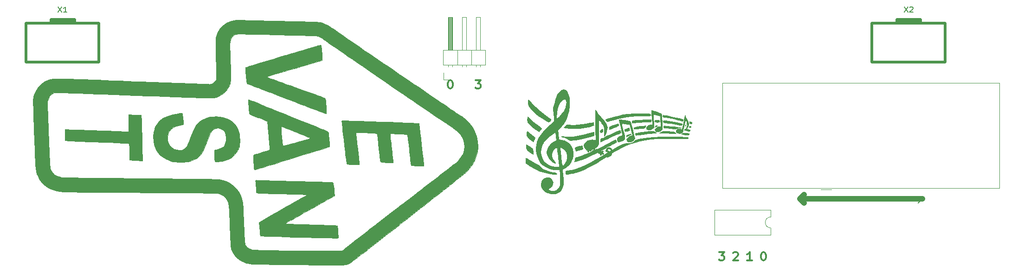
<source format=gto>
G04 #@! TF.GenerationSoftware,KiCad,Pcbnew,6.0.7-f9a2dced07~116~ubuntu22.04.1*
G04 #@! TF.CreationDate,2022-10-14T14:31:02-07:00*
G04 #@! TF.ProjectId,badge-18650,62616467-652d-4313-9836-35302e6b6963,rev?*
G04 #@! TF.SameCoordinates,Original*
G04 #@! TF.FileFunction,Legend,Top*
G04 #@! TF.FilePolarity,Positive*
%FSLAX46Y46*%
G04 Gerber Fmt 4.6, Leading zero omitted, Abs format (unit mm)*
G04 Created by KiCad (PCBNEW 6.0.7-f9a2dced07~116~ubuntu22.04.1) date 2022-10-14 14:31:02*
%MOMM*%
%LPD*%
G01*
G04 APERTURE LIST*
%ADD10C,0.300000*%
%ADD11C,1.000000*%
%ADD12C,0.150000*%
%ADD13C,0.010000*%
%ADD14C,0.500000*%
%ADD15C,0.120000*%
G04 APERTURE END LIST*
D10*
X187460000Y-106112571D02*
X188388571Y-106112571D01*
X187888571Y-106684000D01*
X188102857Y-106684000D01*
X188245714Y-106755428D01*
X188317142Y-106826857D01*
X188388571Y-106969714D01*
X188388571Y-107326857D01*
X188317142Y-107469714D01*
X188245714Y-107541142D01*
X188102857Y-107612571D01*
X187674285Y-107612571D01*
X187531428Y-107541142D01*
X187460000Y-107469714D01*
X182808571Y-106112571D02*
X182951428Y-106112571D01*
X183094285Y-106184000D01*
X183165714Y-106255428D01*
X183237142Y-106398285D01*
X183308571Y-106684000D01*
X183308571Y-107041142D01*
X183237142Y-107326857D01*
X183165714Y-107469714D01*
X183094285Y-107541142D01*
X182951428Y-107612571D01*
X182808571Y-107612571D01*
X182665714Y-107541142D01*
X182594285Y-107469714D01*
X182522857Y-107326857D01*
X182451428Y-107041142D01*
X182451428Y-106684000D01*
X182522857Y-106398285D01*
X182594285Y-106255428D01*
X182665714Y-106184000D01*
X182808571Y-106112571D01*
D11*
X247396000Y-128524000D02*
X246634000Y-127762000D01*
X246634000Y-127762000D02*
X247396000Y-127000000D01*
D12*
X268986000Y-127762000D02*
X268224000Y-128524000D01*
D11*
X246634000Y-127762000D02*
X257810000Y-127762000D01*
X257810000Y-127762000D02*
X268986000Y-127762000D01*
D10*
X231910000Y-137506971D02*
X232838571Y-137506971D01*
X232338571Y-138078400D01*
X232552857Y-138078400D01*
X232695714Y-138149828D01*
X232767142Y-138221257D01*
X232838571Y-138364114D01*
X232838571Y-138721257D01*
X232767142Y-138864114D01*
X232695714Y-138935542D01*
X232552857Y-139006971D01*
X232124285Y-139006971D01*
X231981428Y-138935542D01*
X231910000Y-138864114D01*
X234521428Y-137649828D02*
X234592857Y-137578400D01*
X234735714Y-137506971D01*
X235092857Y-137506971D01*
X235235714Y-137578400D01*
X235307142Y-137649828D01*
X235378571Y-137792685D01*
X235378571Y-137935542D01*
X235307142Y-138149828D01*
X234450000Y-139006971D01*
X235378571Y-139006971D01*
X237918571Y-139006971D02*
X237061428Y-139006971D01*
X237490000Y-139006971D02*
X237490000Y-137506971D01*
X237347142Y-137721257D01*
X237204285Y-137864114D01*
X237061428Y-137935542D01*
X239958571Y-137506971D02*
X240101428Y-137506971D01*
X240244285Y-137578400D01*
X240315714Y-137649828D01*
X240387142Y-137792685D01*
X240458571Y-138078400D01*
X240458571Y-138435542D01*
X240387142Y-138721257D01*
X240315714Y-138864114D01*
X240244285Y-138935542D01*
X240101428Y-139006971D01*
X239958571Y-139006971D01*
X239815714Y-138935542D01*
X239744285Y-138864114D01*
X239672857Y-138721257D01*
X239601428Y-138435542D01*
X239601428Y-138078400D01*
X239672857Y-137792685D01*
X239744285Y-137649828D01*
X239815714Y-137578400D01*
X239958571Y-137506971D01*
G04 #@! TO.C,G\u002A\u002A\u002A*
X211264367Y-119854126D02*
X211385781Y-119961790D01*
X211596077Y-120018139D01*
X211825156Y-120004389D01*
X212002919Y-119901757D01*
X212110583Y-119780343D01*
X212255813Y-119518732D01*
X212312162Y-119308436D01*
X212317195Y-119009258D01*
X212284662Y-118850278D01*
X212182030Y-118672515D01*
X211990517Y-118546068D01*
X211850320Y-118508502D01*
X211621241Y-118522252D01*
X211532360Y-118573568D01*
X211400880Y-119064258D01*
X211681274Y-119139390D01*
X210334302Y-119680047D02*
X210428216Y-119329554D01*
X210741144Y-119563666D02*
X210428216Y-119329554D01*
X210040157Y-119375837D01*
X210713644Y-119105508D02*
X210428216Y-119329554D01*
X210293052Y-118992811D01*
X209212724Y-119379521D02*
X209306638Y-119029028D01*
X209619566Y-119263140D02*
X209306638Y-119029028D01*
X208918580Y-119075311D01*
X209592066Y-118804983D02*
X209306638Y-119029028D01*
X209171474Y-118692285D01*
X208091146Y-119078996D02*
X208185061Y-118728503D01*
X208497988Y-118962614D02*
X208185061Y-118728503D01*
X207797002Y-118774785D01*
X208470488Y-118504457D02*
X208185061Y-118728503D01*
X208049896Y-118391759D01*
D12*
G04 #@! TO.C,X1*
X111330476Y-92670380D02*
X111997142Y-93670380D01*
X111997142Y-92670380D02*
X111330476Y-93670380D01*
X112901904Y-93670380D02*
X112330476Y-93670380D01*
X112616190Y-93670380D02*
X112616190Y-92670380D01*
X112520952Y-92813238D01*
X112425714Y-92908476D01*
X112330476Y-92956095D01*
G04 #@! TO.C,X2*
X265728374Y-92670380D02*
X266395040Y-93670380D01*
X266395040Y-92670380D02*
X265728374Y-93670380D01*
X266728374Y-92765619D02*
X266775993Y-92718000D01*
X266871231Y-92670380D01*
X267109326Y-92670380D01*
X267204564Y-92718000D01*
X267252183Y-92765619D01*
X267299802Y-92860857D01*
X267299802Y-92956095D01*
X267252183Y-93098952D01*
X266680755Y-93670380D01*
X267299802Y-93670380D01*
G04 #@! TO.C,G\u002A\u002A\u002A*
G36*
X199021227Y-116578939D02*
G01*
X199229599Y-116229133D01*
X199479112Y-115871688D01*
X199743740Y-115539584D01*
X200050992Y-115203362D01*
X200428375Y-114833561D01*
X200903400Y-114400719D01*
X201095172Y-114231203D01*
X201826092Y-113588812D01*
X201761019Y-112754119D01*
X202319712Y-112754119D01*
X202339411Y-112966196D01*
X202378941Y-113039133D01*
X202462333Y-113003066D01*
X202497455Y-112977051D01*
X202620629Y-112861305D01*
X202818298Y-112652013D01*
X203056504Y-112385675D01*
X203172584Y-112251429D01*
X203441492Y-111923331D01*
X203625824Y-111653876D01*
X203760865Y-111382096D01*
X203881904Y-111047024D01*
X203897272Y-110999328D01*
X204016005Y-110526160D01*
X204049237Y-110138361D01*
X204002386Y-109850609D01*
X203880865Y-109677581D01*
X203690093Y-109633955D01*
X203435485Y-109734408D01*
X203431396Y-109736968D01*
X203128484Y-109990279D01*
X202881317Y-110343668D01*
X202678468Y-110818869D01*
X202508512Y-111437616D01*
X202487875Y-111531418D01*
X202409655Y-111937450D01*
X202351679Y-112319921D01*
X202321322Y-112625231D01*
X202319712Y-112754119D01*
X201761019Y-112754119D01*
X201732312Y-112385896D01*
X201640245Y-111204964D01*
X201638531Y-111182981D01*
X201946395Y-110038326D01*
X202079253Y-109557485D01*
X202187719Y-109204935D01*
X202286202Y-108944134D01*
X202389107Y-108738545D01*
X202510841Y-108551625D01*
X202557817Y-108487522D01*
X202914872Y-108085170D01*
X203262602Y-107839217D01*
X203592367Y-107750997D01*
X203895526Y-107821840D01*
X204163437Y-108053077D01*
X204277568Y-108222458D01*
X204502830Y-108752688D01*
X204645134Y-109398454D01*
X204703856Y-110127325D01*
X204678371Y-110906870D01*
X204568055Y-111704655D01*
X204372283Y-112488250D01*
X204360427Y-112525885D01*
X204151453Y-113115034D01*
X203920907Y-113604395D01*
X203635004Y-114051161D01*
X203259957Y-114512528D01*
X203051205Y-114742180D01*
X202838327Y-114978535D01*
X202676385Y-115173035D01*
X202596342Y-115288220D01*
X202593397Y-115296024D01*
X202595074Y-115406371D01*
X202614919Y-115636493D01*
X202647259Y-115939117D01*
X202686420Y-116266966D01*
X202726727Y-116572765D01*
X202762507Y-116809238D01*
X202788086Y-116929111D01*
X202789840Y-116932822D01*
X202877472Y-116955221D01*
X203077308Y-116974556D01*
X203187533Y-116980392D01*
X203718895Y-117082879D01*
X204209128Y-117330813D01*
X204638521Y-117701669D01*
X204987360Y-118172920D01*
X205235938Y-118722039D01*
X205364539Y-119326503D01*
X205375513Y-119480782D01*
X205358191Y-119901358D01*
X205261093Y-120354378D01*
X205190965Y-120579826D01*
X204924915Y-121182712D01*
X204561952Y-121659864D01*
X204080532Y-122037181D01*
X203887945Y-122146329D01*
X203432170Y-122385299D01*
X203529445Y-123493031D01*
X203562633Y-123969870D01*
X203580610Y-124443700D01*
X203582134Y-124858966D01*
X203566595Y-125154399D01*
X203435883Y-125756756D01*
X203187739Y-126237152D01*
X202822013Y-126595765D01*
X202338560Y-126832773D01*
X202127639Y-126890168D01*
X201811800Y-126945003D01*
X201537184Y-126944727D01*
X201223154Y-126885470D01*
X201046505Y-126838249D01*
X200725668Y-126739190D01*
X200447975Y-126637785D01*
X200276533Y-126557572D01*
X199828301Y-126192791D01*
X199526079Y-125750647D01*
X199490790Y-125670821D01*
X199412003Y-125433021D01*
X199397053Y-125211369D01*
X199444962Y-124932699D01*
X199479137Y-124797800D01*
X199635114Y-124375216D01*
X199856681Y-124089101D01*
X200172203Y-123910734D01*
X200422361Y-123842684D01*
X200829843Y-123836139D01*
X201183078Y-123988625D01*
X201474398Y-124296370D01*
X201531485Y-124388107D01*
X201647311Y-124621970D01*
X201679569Y-124823101D01*
X201637567Y-125075898D01*
X201616368Y-125157757D01*
X201529081Y-125427340D01*
X201415082Y-125599427D01*
X201221562Y-125743836D01*
X201133654Y-125795927D01*
X200908875Y-125949648D01*
X200842028Y-126070670D01*
X200936592Y-126172881D01*
X201196042Y-126270168D01*
X201256666Y-126287180D01*
X201705971Y-126328723D01*
X202128756Y-126219967D01*
X202492930Y-125979858D01*
X202766397Y-125627337D01*
X202886282Y-125325275D01*
X202905692Y-125165298D01*
X202916404Y-124887661D01*
X202919316Y-124526475D01*
X202915321Y-124115850D01*
X202905312Y-123689894D01*
X202890185Y-123282720D01*
X202870834Y-122928436D01*
X202848152Y-122661153D01*
X202823037Y-122514980D01*
X202812146Y-122497950D01*
X202723007Y-122500470D01*
X202522192Y-122513417D01*
X202408713Y-122521889D01*
X201704658Y-122498838D01*
X201012136Y-122332127D01*
X200361060Y-122038225D01*
X199781344Y-121633605D01*
X199302901Y-121134732D01*
X198995039Y-120642452D01*
X198684021Y-119826859D01*
X198596340Y-119345516D01*
X199455022Y-119345516D01*
X199484719Y-119609410D01*
X199497733Y-119685481D01*
X199672940Y-120327449D01*
X199950235Y-120844242D01*
X200257718Y-121184076D01*
X200835035Y-121586360D01*
X201486522Y-121836711D01*
X202210197Y-121934440D01*
X202414254Y-121934658D01*
X202625278Y-121924345D01*
X202742863Y-121908920D01*
X202751114Y-121904208D01*
X202746501Y-121805468D01*
X202724422Y-121570142D01*
X202688560Y-121229649D01*
X202642605Y-120815407D01*
X202590243Y-120358839D01*
X202535163Y-119891361D01*
X202481051Y-119444395D01*
X202431595Y-119049359D01*
X202390481Y-118737674D01*
X202361398Y-118540760D01*
X202350205Y-118488096D01*
X202265339Y-118484089D01*
X202098987Y-118570039D01*
X201998713Y-118641284D01*
X201732949Y-118913052D01*
X201552762Y-119274616D01*
X201545805Y-119294309D01*
X201455129Y-119700234D01*
X201489908Y-120079967D01*
X201658719Y-120472207D01*
X201879316Y-120799029D01*
X202083028Y-121080556D01*
X202179250Y-121251803D01*
X202172083Y-121329857D01*
X202065628Y-121331804D01*
X202003673Y-121317133D01*
X201609845Y-121136710D01*
X201222817Y-120824043D01*
X200881506Y-120413143D01*
X200774419Y-120242712D01*
X200600121Y-119910738D01*
X200509991Y-119639846D01*
X200483636Y-119357923D01*
X200486452Y-119224266D01*
X200591365Y-118665730D01*
X200695039Y-118452863D01*
X202974671Y-118452863D01*
X202979695Y-118549815D01*
X203002237Y-118785732D01*
X203039220Y-119131503D01*
X203087565Y-119558014D01*
X203126103Y-119885521D01*
X203183353Y-120366519D01*
X203234873Y-120801889D01*
X203276691Y-121157882D01*
X203304837Y-121400752D01*
X203313762Y-121480477D01*
X203371403Y-121627439D01*
X203493279Y-121622072D01*
X203674416Y-121466587D01*
X203856116Y-121239110D01*
X204087468Y-120799853D01*
X204195942Y-120319587D01*
X204188292Y-119831900D01*
X204071273Y-119370381D01*
X203851637Y-118968621D01*
X203536140Y-118660205D01*
X203312888Y-118537747D01*
X203110129Y-118465168D01*
X202988516Y-118444525D01*
X202974671Y-118452863D01*
X200695039Y-118452863D01*
X200845667Y-118143588D01*
X201024690Y-117930367D01*
X201229602Y-117686312D01*
X201723413Y-117322368D01*
X201854679Y-117252765D01*
X202221423Y-117071641D01*
X202133408Y-116350068D01*
X202045393Y-115628497D01*
X201351693Y-116146821D01*
X200995228Y-116430832D01*
X200636552Y-116746011D01*
X200334532Y-117039649D01*
X200240900Y-117141402D01*
X200037747Y-117383115D01*
X199897058Y-117588500D01*
X199791887Y-117811598D01*
X199695290Y-118106445D01*
X199615171Y-118396305D01*
X199515004Y-118796526D01*
X199463369Y-119093742D01*
X199455022Y-119345516D01*
X198596340Y-119345516D01*
X198532167Y-118993225D01*
X198538441Y-118161036D01*
X198548612Y-118110521D01*
X198701805Y-117349779D01*
X199021227Y-116578939D01*
G37*
G36*
X196750050Y-120282399D02*
G01*
X196939453Y-120387703D01*
X197198215Y-120545866D01*
X197288252Y-120603316D01*
X197675578Y-120841644D01*
X198115775Y-121095880D01*
X198487289Y-121297110D01*
X198822328Y-121487296D01*
X199134715Y-121693916D01*
X199362631Y-121875709D01*
X199381379Y-121893908D01*
X199891986Y-122299507D01*
X200510793Y-122617650D01*
X201188795Y-122823807D01*
X201271102Y-122839728D01*
X201616857Y-122902492D01*
X201929608Y-122959322D01*
X202144115Y-122998364D01*
X202150820Y-122999587D01*
X202330135Y-123058435D01*
X202382943Y-123169467D01*
X202379610Y-123226838D01*
X202349422Y-123323765D01*
X202263136Y-123371482D01*
X202082057Y-123379018D01*
X201811583Y-123359404D01*
X201150325Y-123271410D01*
X200442405Y-123128303D01*
X199749582Y-122945410D01*
X199133614Y-122738060D01*
X198875039Y-122630586D01*
X198534600Y-122464127D01*
X198149039Y-122255585D01*
X197750060Y-122024539D01*
X197369367Y-121790566D01*
X197038662Y-121573244D01*
X196789650Y-121392149D01*
X196654034Y-121266860D01*
X196645128Y-121253566D01*
X196615007Y-121119387D01*
X196602002Y-120893286D01*
X196604862Y-120635576D01*
X196622343Y-120406568D01*
X196653194Y-120266575D01*
X196665889Y-120250308D01*
X196750050Y-120282399D01*
G37*
G36*
X224024037Y-116398029D02*
G01*
X224617790Y-116421577D01*
X225120542Y-116444965D01*
X225566345Y-116467560D01*
X225927044Y-116487784D01*
X226174488Y-116504061D01*
X226280162Y-116514712D01*
X226327898Y-116601736D01*
X226315506Y-116721403D01*
X226288407Y-116784011D01*
X226231139Y-116829011D01*
X226121170Y-116857963D01*
X225935969Y-116872424D01*
X225653002Y-116873953D01*
X225249741Y-116864108D01*
X224703650Y-116844447D01*
X224596322Y-116840292D01*
X223128111Y-116798521D01*
X221805258Y-116795718D01*
X220607632Y-116834983D01*
X219515099Y-116919413D01*
X218507530Y-117052106D01*
X217564790Y-117236161D01*
X216666747Y-117474675D01*
X215793271Y-117770747D01*
X214924228Y-118127473D01*
X214281956Y-118427526D01*
X213950096Y-118601277D01*
X213508603Y-118849406D01*
X212989246Y-119153116D01*
X212423792Y-119493617D01*
X211844010Y-119852119D01*
X211426408Y-120116678D01*
X210429778Y-120747923D01*
X209552093Y-121286502D01*
X208776350Y-121740706D01*
X208085542Y-122118820D01*
X207462668Y-122429135D01*
X206890723Y-122679938D01*
X206352702Y-122879520D01*
X205831601Y-123036167D01*
X205310417Y-123158168D01*
X205105553Y-123197766D01*
X204634660Y-123280564D01*
X204304337Y-123324917D01*
X204089308Y-123326568D01*
X203964295Y-123281257D01*
X203904023Y-123184728D01*
X203883216Y-123032720D01*
X203881428Y-122991536D01*
X203878496Y-122780079D01*
X203885904Y-122661910D01*
X203889939Y-122653360D01*
X203978316Y-122643667D01*
X204183416Y-122624471D01*
X204359202Y-122608839D01*
X204884319Y-122534937D01*
X205455634Y-122398159D01*
X206084495Y-122193376D01*
X206782245Y-121915458D01*
X207560234Y-121559277D01*
X208429805Y-121119702D01*
X209402306Y-120591607D01*
X210489082Y-119969859D01*
X211431692Y-119411610D01*
X212245881Y-118927064D01*
X212931838Y-118527960D01*
X213503489Y-118207732D01*
X213974759Y-117959819D01*
X214359573Y-117777651D01*
X214671855Y-117654668D01*
X214925531Y-117584302D01*
X215134526Y-117559989D01*
X215312765Y-117575164D01*
X215322754Y-117577180D01*
X215772392Y-117595533D01*
X216168262Y-117453704D01*
X216451870Y-117216274D01*
X216569782Y-117104632D01*
X216716178Y-117016363D01*
X216923768Y-116940106D01*
X217225261Y-116864501D01*
X217653367Y-116778188D01*
X217783886Y-116753628D01*
X218874596Y-116580210D01*
X220019124Y-116459147D01*
X221242311Y-116389234D01*
X222569002Y-116369264D01*
X224024037Y-116398029D01*
G37*
G36*
X196818052Y-117831559D02*
G01*
X196994642Y-117928461D01*
X197244716Y-118089209D01*
X197385479Y-118186428D01*
X198006231Y-118624434D01*
X198072907Y-119190133D01*
X198098067Y-119507618D01*
X198084554Y-119689478D01*
X198045792Y-119726134D01*
X197932285Y-119664471D01*
X197727719Y-119532499D01*
X197494489Y-119371492D01*
X197148260Y-119113347D01*
X196923449Y-118905384D01*
X196795152Y-118712555D01*
X196738466Y-118499812D01*
X196727944Y-118292652D01*
X196731592Y-118039232D01*
X196740637Y-117859273D01*
X196746430Y-117816717D01*
X196818052Y-117831559D01*
G37*
G36*
X213193852Y-117182761D02*
G01*
X213328644Y-117438165D01*
X212744651Y-117736298D01*
X212483062Y-117872886D01*
X212108585Y-118072525D01*
X211656464Y-118316220D01*
X211161941Y-118584977D01*
X210668933Y-118855029D01*
X209595147Y-119431425D01*
X208642986Y-119911329D01*
X207799147Y-120300562D01*
X207050328Y-120604944D01*
X206383223Y-120830297D01*
X205827333Y-120973444D01*
X205525144Y-121038063D01*
X205735061Y-120257101D01*
X206629131Y-119945078D01*
X207255575Y-119718566D01*
X207860868Y-119481628D01*
X208475420Y-119220607D01*
X209129638Y-118921849D01*
X209853930Y-118571700D01*
X210678706Y-118156501D01*
X211139487Y-117919616D01*
X213059059Y-116927357D01*
X213193852Y-117182761D01*
G37*
G36*
X196957087Y-115430371D02*
G01*
X197065362Y-115513642D01*
X197273236Y-115672551D01*
X197545534Y-115880226D01*
X197713189Y-116007917D01*
X197997521Y-116228072D01*
X198227420Y-116413047D01*
X198371558Y-116537264D01*
X198403697Y-116571710D01*
X198394906Y-116681284D01*
X198333795Y-116890374D01*
X198277879Y-117041268D01*
X198116782Y-117445830D01*
X197855119Y-117267990D01*
X197496956Y-116999747D01*
X197189362Y-116722864D01*
X196960766Y-116466597D01*
X196839596Y-116260204D01*
X196828330Y-116211302D01*
X196820262Y-115980780D01*
X196829499Y-115702483D01*
X196831454Y-115675271D01*
X196857871Y-115470331D01*
X196903449Y-115405735D01*
X196957087Y-115430371D01*
G37*
G36*
X206985904Y-118025875D02*
G01*
X207010870Y-118116682D01*
X207062782Y-118311519D01*
X207083817Y-118391192D01*
X207127045Y-118549428D01*
X207138886Y-118655736D01*
X207093345Y-118729812D01*
X206964424Y-118791356D01*
X206726127Y-118860065D01*
X206352457Y-118955634D01*
X206331893Y-118960921D01*
X205800370Y-119097704D01*
X205702892Y-118773152D01*
X205643893Y-118557516D01*
X205617001Y-118420161D01*
X205617368Y-118403988D01*
X205696263Y-118365302D01*
X205890823Y-118300268D01*
X206154969Y-118221622D01*
X206442617Y-118142094D01*
X206707688Y-118074417D01*
X206904097Y-118031323D01*
X206985764Y-118025543D01*
X206985904Y-118025875D01*
G37*
G36*
X209366108Y-111417649D02*
G01*
X209485413Y-111585500D01*
X209640460Y-111831481D01*
X209664002Y-111870799D01*
X209871419Y-112176148D01*
X210154061Y-112535652D01*
X210462937Y-112888378D01*
X210583977Y-113015055D01*
X211051626Y-113536850D01*
X211371317Y-114006970D01*
X211551243Y-114439234D01*
X211598352Y-114725454D01*
X211570876Y-115052957D01*
X211473102Y-115451210D01*
X211327974Y-115849612D01*
X211158436Y-116177560D01*
X211099658Y-116260031D01*
X211010178Y-116366626D01*
X210961693Y-116388074D01*
X210946171Y-116301044D01*
X210955581Y-116082203D01*
X210969559Y-115882047D01*
X210981108Y-115305385D01*
X210913189Y-114827942D01*
X210750522Y-114392240D01*
X210477825Y-113940804D01*
X210438625Y-113885151D01*
X210246338Y-113622419D01*
X210092624Y-113425503D01*
X210001864Y-113325115D01*
X209988898Y-113318696D01*
X209981958Y-113404857D01*
X209979599Y-113637229D01*
X209981609Y-113992760D01*
X209987778Y-114448396D01*
X209997893Y-114981083D01*
X210008289Y-115431299D01*
X210020152Y-116023325D01*
X210025794Y-116570503D01*
X210025367Y-117046390D01*
X210019020Y-117424545D01*
X210006904Y-117678523D01*
X209994989Y-117768576D01*
X209814259Y-118138938D01*
X209504865Y-118461360D01*
X209106108Y-118709370D01*
X208657289Y-118856495D01*
X208337012Y-118885323D01*
X207992256Y-118866895D01*
X207756862Y-118812161D01*
X207571835Y-118702933D01*
X207477930Y-118620451D01*
X207310554Y-118356222D01*
X207255505Y-118030901D01*
X207323770Y-117719058D01*
X207340365Y-117686814D01*
X207604276Y-117371302D01*
X207978575Y-117130936D01*
X208413664Y-116985379D01*
X208859948Y-116954291D01*
X209091039Y-116992796D01*
X209288086Y-117038295D01*
X209394460Y-117048740D01*
X209399955Y-117045133D01*
X209399721Y-116956813D01*
X209395565Y-116719128D01*
X209387927Y-116351992D01*
X209377250Y-115875315D01*
X209363977Y-115309012D01*
X209348548Y-114672994D01*
X209336813Y-114201393D01*
X209321111Y-113528994D01*
X209309015Y-112912720D01*
X209300737Y-112372436D01*
X209296486Y-111928009D01*
X209296475Y-111599303D01*
X209300912Y-111406188D01*
X209306729Y-111362348D01*
X209366108Y-111417649D01*
G37*
G36*
X209149207Y-115628779D02*
G01*
X209156533Y-115828981D01*
X209158280Y-115899296D01*
X209165788Y-116236069D01*
X208368119Y-116492578D01*
X207707549Y-116686297D01*
X207009882Y-116858420D01*
X206327846Y-116997817D01*
X205714169Y-117093353D01*
X205359467Y-117127798D01*
X205033069Y-117144874D01*
X204813104Y-117135690D01*
X204637073Y-117085577D01*
X204442474Y-116979866D01*
X204274489Y-116873145D01*
X203971360Y-116718065D01*
X203626303Y-116596021D01*
X203529866Y-116572723D01*
X203241058Y-116490402D01*
X203118883Y-116396490D01*
X203114681Y-116377537D01*
X203173953Y-116314943D01*
X203370657Y-116336020D01*
X203421606Y-116348708D01*
X203927563Y-116427159D01*
X204565509Y-116436440D01*
X205314071Y-116379159D01*
X206151870Y-116257929D01*
X207057531Y-116075361D01*
X208009679Y-115834065D01*
X208288641Y-115754299D01*
X208637720Y-115654666D01*
X208918295Y-115579778D01*
X209096260Y-115538413D01*
X209141863Y-115534614D01*
X209149207Y-115628779D01*
G37*
G36*
X197105101Y-112735179D02*
G01*
X197243515Y-112873607D01*
X197260030Y-112891442D01*
X197678226Y-113307652D01*
X198183735Y-113754773D01*
X198716046Y-114181127D01*
X199075162Y-114441579D01*
X199336993Y-114631625D01*
X199530867Y-114791477D01*
X199624964Y-114894186D01*
X199628822Y-114910528D01*
X199569941Y-115003044D01*
X199444724Y-115160377D01*
X199294946Y-115334209D01*
X199162374Y-115476216D01*
X199088784Y-115538077D01*
X199086374Y-115538029D01*
X199013008Y-115491059D01*
X198832621Y-115370718D01*
X198578107Y-115199019D01*
X198453800Y-115114699D01*
X198092631Y-114850207D01*
X197715459Y-114543609D01*
X197398860Y-114257422D01*
X197375329Y-114234179D01*
X197139666Y-113991557D01*
X197002293Y-113815456D01*
X196938298Y-113656227D01*
X196922774Y-113464216D01*
X196925500Y-113337554D01*
X196941138Y-112977747D01*
X196967335Y-112769349D01*
X197017514Y-112694460D01*
X197105101Y-112735179D01*
G37*
G36*
X213990845Y-115433235D02*
G01*
X214042140Y-115615113D01*
X214018605Y-115741608D01*
X213894271Y-115843540D01*
X213643169Y-115951730D01*
X213514030Y-115999122D01*
X213263034Y-116097736D01*
X212897778Y-116251922D01*
X212457050Y-116444800D01*
X211979640Y-116659488D01*
X211675351Y-116799336D01*
X211239906Y-116999951D01*
X210860329Y-117172263D01*
X210562103Y-117304915D01*
X210370715Y-117386542D01*
X210311302Y-117407418D01*
X210289324Y-117326208D01*
X210276365Y-117135503D01*
X210275235Y-117071580D01*
X210286978Y-116850402D01*
X210342567Y-116742575D01*
X210436243Y-116700657D01*
X210603774Y-116670981D01*
X210667510Y-116672445D01*
X210774179Y-116638872D01*
X210957724Y-116535706D01*
X211022283Y-116493359D01*
X211262180Y-116354180D01*
X211629727Y-116171136D01*
X212093528Y-115958481D01*
X212622183Y-115730467D01*
X213184295Y-115501347D01*
X213355042Y-115434417D01*
X213912480Y-115218024D01*
X213990845Y-115433235D01*
G37*
G36*
X209112863Y-113829008D02*
G01*
X209118905Y-113968079D01*
X209121803Y-114188363D01*
X209129559Y-114311448D01*
X209058578Y-114404195D01*
X208844258Y-114503539D01*
X208512221Y-114604902D01*
X208088092Y-114703705D01*
X207597495Y-114795370D01*
X207066052Y-114875318D01*
X206519390Y-114938971D01*
X205983131Y-114981752D01*
X205482901Y-114999080D01*
X205289104Y-114997653D01*
X204891594Y-114981339D01*
X204494663Y-114952450D01*
X204132990Y-114915089D01*
X203841255Y-114873360D01*
X203654136Y-114831369D01*
X203603343Y-114798123D01*
X203677797Y-114666630D01*
X203818699Y-114493232D01*
X203976953Y-114331160D01*
X204103463Y-114233648D01*
X204132317Y-114224589D01*
X204262894Y-114227854D01*
X204514496Y-114237206D01*
X204838998Y-114250818D01*
X204932204Y-114254958D01*
X205477410Y-114253813D01*
X206138703Y-114211312D01*
X206869301Y-114132425D01*
X207622418Y-114022127D01*
X208290991Y-113898004D01*
X208628564Y-113829716D01*
X208897661Y-113778352D01*
X209059570Y-113751151D01*
X209088405Y-113748916D01*
X209112863Y-113829008D01*
G37*
G36*
X214053057Y-113319261D02*
G01*
X214397880Y-113354417D01*
X214759970Y-113397628D01*
X215204919Y-113458688D01*
X215506907Y-113512504D01*
X215691775Y-113565217D01*
X215785364Y-113622964D01*
X215801057Y-113644972D01*
X215858673Y-113795223D01*
X215942584Y-114068640D01*
X216044573Y-114432431D01*
X216156422Y-114853806D01*
X216269911Y-115299973D01*
X216376824Y-115738139D01*
X216468940Y-116135513D01*
X216538043Y-116459304D01*
X216575913Y-116676721D01*
X216579109Y-116749442D01*
X216432310Y-117010931D01*
X216172128Y-117239089D01*
X215853903Y-117401749D01*
X215532978Y-117466742D01*
X215375273Y-117449177D01*
X215189206Y-117324683D01*
X215065936Y-117111605D01*
X215051021Y-116891187D01*
X215193493Y-116637381D01*
X215446205Y-116415951D01*
X215750919Y-116276243D01*
X215787041Y-116267564D01*
X216108372Y-116198329D01*
X215839336Y-115217680D01*
X215570298Y-114237033D01*
X215184957Y-114188384D01*
X214909156Y-114148564D01*
X214680292Y-114107138D01*
X214626685Y-114094741D01*
X214446714Y-114059700D01*
X214329978Y-114078451D01*
X214274397Y-114171100D01*
X214277888Y-114357757D01*
X214338372Y-114658532D01*
X214453766Y-115093531D01*
X214504650Y-115273864D01*
X214652827Y-115828834D01*
X214738661Y-116252201D01*
X214761252Y-116570158D01*
X214719697Y-116808893D01*
X214613096Y-116994596D01*
X214440550Y-117153459D01*
X214439997Y-117153872D01*
X214181862Y-117292245D01*
X213902216Y-117372209D01*
X213688170Y-117400122D01*
X213574704Y-117392896D01*
X213493711Y-117330152D01*
X213403835Y-117223076D01*
X213304589Y-116993038D01*
X213343665Y-116744098D01*
X213497810Y-116508023D01*
X213743770Y-116316580D01*
X214058291Y-116201534D01*
X214162505Y-116186670D01*
X214232092Y-116173037D01*
X214273911Y-116132067D01*
X214284833Y-116040995D01*
X214261724Y-115877062D01*
X214201456Y-115617506D01*
X214100896Y-115239564D01*
X213964621Y-114748080D01*
X213807727Y-114162355D01*
X213705193Y-113724876D01*
X213657714Y-113439135D01*
X213665986Y-113308628D01*
X213676666Y-113300709D01*
X213799981Y-113300225D01*
X214053057Y-113319261D01*
G37*
G36*
X197285503Y-109701701D02*
G01*
X197478343Y-109901559D01*
X197752290Y-110219050D01*
X198496914Y-111019696D01*
X199323479Y-111778049D01*
X200176806Y-112445128D01*
X200535541Y-112689965D01*
X200849008Y-112898191D01*
X201108255Y-113078402D01*
X201280629Y-113207427D01*
X201332480Y-113255423D01*
X201311572Y-113357548D01*
X201197299Y-113507993D01*
X201037046Y-113660932D01*
X200878196Y-113770536D01*
X200775414Y-113794193D01*
X200662923Y-113738243D01*
X200446633Y-113617173D01*
X200167336Y-113453999D01*
X200077324Y-113400258D01*
X199118036Y-112772123D01*
X198326131Y-112139566D01*
X197794096Y-111608829D01*
X197473473Y-111233971D01*
X197258109Y-110937965D01*
X197129414Y-110684185D01*
X197068803Y-110436005D01*
X197057661Y-110157772D01*
X197069301Y-109858622D01*
X197099085Y-109681829D01*
X197165118Y-109628989D01*
X197285503Y-109701701D01*
G37*
G36*
X210751319Y-115070525D02*
G01*
X210778751Y-115274181D01*
X210776651Y-115347946D01*
X210733409Y-115562646D01*
X210606341Y-115676597D01*
X210583053Y-115686719D01*
X210362800Y-115740104D01*
X210247970Y-115665082D01*
X210220831Y-115449467D01*
X210221303Y-115438076D01*
X210259787Y-115223848D01*
X210380290Y-115100657D01*
X210455446Y-115063018D01*
X210650528Y-115006326D01*
X210751319Y-115070525D01*
G37*
G36*
X215948400Y-115934762D02*
G01*
X215949936Y-115937509D01*
X215964332Y-116045246D01*
X215835705Y-116110792D01*
X215830181Y-116112281D01*
X215639937Y-116186460D01*
X215392624Y-116311051D01*
X215312952Y-116356420D01*
X215106064Y-116465853D01*
X215002277Y-116479952D01*
X214969056Y-116410498D01*
X214967837Y-116259939D01*
X215026391Y-116156829D01*
X215179688Y-116068297D01*
X215437081Y-115970530D01*
X215709917Y-115886364D01*
X215868051Y-115875234D01*
X215948400Y-115934762D01*
G37*
G36*
X213587631Y-114064486D02*
G01*
X213634058Y-114132624D01*
X213642507Y-114152521D01*
X213691578Y-114336139D01*
X213691987Y-114428848D01*
X213610070Y-114488543D01*
X213407986Y-114586705D01*
X213125968Y-114707515D01*
X212804244Y-114835159D01*
X212483047Y-114953819D01*
X212202608Y-115047681D01*
X212003158Y-115100928D01*
X211968942Y-115106232D01*
X211892153Y-115043303D01*
X211867983Y-114915013D01*
X211875765Y-114751004D01*
X211917877Y-114631300D01*
X212022528Y-114534527D01*
X212217930Y-114439315D01*
X212532293Y-114324296D01*
X212741826Y-114253042D01*
X213114693Y-114129773D01*
X213359149Y-114059580D01*
X213506395Y-114038978D01*
X213587631Y-114064486D01*
G37*
G36*
X220125957Y-115431434D02*
G01*
X220186285Y-115485777D01*
X220316631Y-115599041D01*
X220440848Y-115651300D01*
X220597804Y-115712228D01*
X220591711Y-115764668D01*
X220428737Y-115806455D01*
X220115047Y-115835427D01*
X219889184Y-115844864D01*
X219545966Y-115865299D01*
X219078920Y-115907597D01*
X218531405Y-115966731D01*
X217946776Y-116037672D01*
X217368391Y-116115394D01*
X216839606Y-116194867D01*
X216761844Y-116207518D01*
X216677684Y-116147615D01*
X216626337Y-116001227D01*
X216617097Y-115885359D01*
X216659205Y-115809926D01*
X216785970Y-115756087D01*
X217030697Y-115704997D01*
X217201995Y-115675556D01*
X217833948Y-115580396D01*
X218523066Y-115495205D01*
X219189387Y-115429115D01*
X219644832Y-115396539D01*
X219952117Y-115393893D01*
X220125957Y-115431434D01*
G37*
G36*
X215567785Y-114804467D02*
G01*
X215599867Y-114919836D01*
X215635827Y-115095522D01*
X215658325Y-115241866D01*
X215659039Y-115276287D01*
X215580179Y-115316733D01*
X215395420Y-115379634D01*
X215163553Y-115448049D01*
X214943367Y-115505036D01*
X214793651Y-115533652D01*
X214766826Y-115533405D01*
X214715162Y-115452424D01*
X214680658Y-115340771D01*
X214655293Y-115159931D01*
X214659865Y-115079733D01*
X214740648Y-115025570D01*
X214924382Y-114953005D01*
X215154716Y-114879125D01*
X215375293Y-114821015D01*
X215529759Y-114795761D01*
X215567785Y-114804467D01*
G37*
G36*
X218542421Y-114646278D02*
G01*
X218505005Y-114757066D01*
X218445251Y-114834679D01*
X218332569Y-114889764D01*
X218136363Y-114932968D01*
X217826047Y-114974936D01*
X217487636Y-115013383D01*
X217031264Y-115062837D01*
X216716201Y-115090997D01*
X216515554Y-115096085D01*
X216402430Y-115076324D01*
X216349932Y-115029937D01*
X216331168Y-114955146D01*
X216329119Y-114936836D01*
X216324609Y-114778292D01*
X216330516Y-114733060D01*
X216425065Y-114680834D01*
X216671746Y-114621954D01*
X217053628Y-114559361D01*
X217553784Y-114495995D01*
X217916357Y-114457562D01*
X218614226Y-114388314D01*
X218542421Y-114646278D01*
G37*
G36*
X218363000Y-112152673D02*
G01*
X218806384Y-112168411D01*
X219150271Y-112196241D01*
X219369301Y-112236554D01*
X219435888Y-112274285D01*
X219475624Y-112438349D01*
X219475983Y-112535141D01*
X219453025Y-112596861D01*
X219380714Y-112639602D01*
X219234859Y-112665819D01*
X218991266Y-112677961D01*
X218625742Y-112678481D01*
X218141354Y-112670399D01*
X216926579Y-112678578D01*
X215784957Y-112760711D01*
X214660941Y-112924362D01*
X213498979Y-113177090D01*
X212573970Y-113428250D01*
X212188930Y-113537837D01*
X211865330Y-113625204D01*
X211636383Y-113681718D01*
X211535298Y-113698743D01*
X211534470Y-113698512D01*
X211448581Y-113626897D01*
X211335182Y-113502941D01*
X211230517Y-113351066D01*
X211202773Y-113261064D01*
X211287336Y-113216484D01*
X211507548Y-113140517D01*
X211834322Y-113040968D01*
X212238573Y-112925643D01*
X212691211Y-112802346D01*
X213163155Y-112678884D01*
X213625314Y-112563061D01*
X214048604Y-112462684D01*
X214403938Y-112385556D01*
X214603740Y-112348414D01*
X215033490Y-112290398D01*
X215541270Y-112241752D01*
X216101720Y-112202863D01*
X216689480Y-112174122D01*
X217279187Y-112155917D01*
X217845480Y-112148638D01*
X218363000Y-112152673D01*
G37*
G36*
X222520089Y-115405554D02*
G01*
X222754909Y-115418483D01*
X223195990Y-115445269D01*
X223500539Y-115470402D01*
X223701135Y-115500838D01*
X223830361Y-115543534D01*
X223920797Y-115605449D01*
X223996105Y-115683524D01*
X224111166Y-115827730D01*
X224146777Y-115905018D01*
X224144767Y-115907045D01*
X224052334Y-115909907D01*
X223823923Y-115903797D01*
X223492579Y-115889924D01*
X223091353Y-115869500D01*
X223035341Y-115866401D01*
X222578211Y-115843602D01*
X222138567Y-115826453D01*
X221767677Y-115816671D01*
X221524741Y-115815788D01*
X221210691Y-115818461D01*
X221055574Y-115801025D01*
X221049166Y-115751144D01*
X221181246Y-115656484D01*
X221323307Y-115572722D01*
X221494552Y-115482680D01*
X221661122Y-115425115D01*
X221861748Y-115395854D01*
X222135159Y-115390725D01*
X222520089Y-115405554D01*
G37*
G36*
X219733666Y-111575748D02*
G01*
X219970818Y-111634295D01*
X220279135Y-111731321D01*
X220618141Y-111851874D01*
X220947354Y-111980995D01*
X221226295Y-112103731D01*
X221414485Y-112205124D01*
X221472094Y-112259293D01*
X221504711Y-112442072D01*
X221536430Y-112749247D01*
X221565440Y-113141123D01*
X221589931Y-113578008D01*
X221608088Y-114020206D01*
X221618104Y-114428023D01*
X221618163Y-114761766D01*
X221606456Y-114981741D01*
X221598436Y-115027655D01*
X221447806Y-115288750D01*
X221181280Y-115483553D01*
X220848056Y-115583449D01*
X220638393Y-115586112D01*
X220423321Y-115543569D01*
X220308835Y-115439993D01*
X220248312Y-115292892D01*
X220201106Y-115094660D01*
X220243187Y-114958283D01*
X220339045Y-114846954D01*
X220553568Y-114704950D01*
X220865786Y-114589814D01*
X221204064Y-114527442D01*
X221227998Y-114525645D01*
X221248539Y-114445222D01*
X221253291Y-114230766D01*
X221242472Y-113916821D01*
X221222197Y-113610160D01*
X221150429Y-112699055D01*
X220552449Y-112510341D01*
X220244123Y-112417980D01*
X220064833Y-112380746D01*
X219984470Y-112395921D01*
X219972531Y-112457946D01*
X220012999Y-112836405D01*
X220043425Y-113264117D01*
X220062972Y-113703284D01*
X220070803Y-114116109D01*
X220066083Y-114464791D01*
X220047974Y-114711533D01*
X220024538Y-114807993D01*
X219843058Y-115006034D01*
X219584056Y-115137759D01*
X219291713Y-115199734D01*
X219010208Y-115188527D01*
X218783721Y-115100708D01*
X218656433Y-114932842D01*
X218651574Y-114914644D01*
X218678075Y-114693520D01*
X218826719Y-114475087D01*
X219053501Y-114294723D01*
X219314415Y-114187805D01*
X219556473Y-114187185D01*
X219691112Y-114192273D01*
X219726347Y-114163343D01*
X219725582Y-114060206D01*
X219711828Y-113819857D01*
X219687228Y-113473741D01*
X219653922Y-113053304D01*
X219637075Y-112853022D01*
X219604590Y-112412905D01*
X219586597Y-112035968D01*
X219583784Y-111752710D01*
X219596840Y-111593629D01*
X219608162Y-111570639D01*
X219733666Y-111575748D01*
G37*
G36*
X219254208Y-113293527D02*
G01*
X219471719Y-113301890D01*
X219551864Y-113317280D01*
X219569223Y-113425681D01*
X219572598Y-113578111D01*
X219562952Y-113674521D01*
X219518331Y-113737747D01*
X219408737Y-113775325D01*
X219204167Y-113794795D01*
X218874623Y-113803694D01*
X218663928Y-113806416D01*
X218166829Y-113819248D01*
X217617079Y-113844529D01*
X217107428Y-113877667D01*
X216938230Y-113891850D01*
X216584245Y-113922904D01*
X216298800Y-113945542D01*
X216120248Y-113956853D01*
X216080234Y-113956956D01*
X216041122Y-113876459D01*
X216004538Y-113715082D01*
X215985825Y-113616708D01*
X215986365Y-113548999D01*
X216032609Y-113502949D01*
X216151012Y-113469551D01*
X216368028Y-113439800D01*
X216710108Y-113404688D01*
X217000970Y-113375839D01*
X217317269Y-113350298D01*
X217703164Y-113328432D01*
X218124227Y-113311032D01*
X218546040Y-113298888D01*
X218934174Y-113292789D01*
X219254208Y-113293527D01*
G37*
G36*
X220606903Y-114350246D02*
G01*
X220678023Y-114346845D01*
X220793014Y-114360119D01*
X220770897Y-114426256D01*
X220627417Y-114525267D01*
X220482284Y-114595315D01*
X220190493Y-114721016D01*
X220246943Y-114510342D01*
X220330769Y-114355186D01*
X220419376Y-114330746D01*
X220606903Y-114350246D01*
G37*
G36*
X225849778Y-112674076D02*
G01*
X225948284Y-112903569D01*
X226092902Y-113212151D01*
X226236568Y-113501785D01*
X226408919Y-113925613D01*
X226444792Y-114277651D01*
X226342908Y-114588067D01*
X226181255Y-114805235D01*
X226007873Y-114995472D01*
X226382096Y-115064421D01*
X226609282Y-115113203D01*
X226704096Y-115167295D01*
X226701652Y-115256954D01*
X226677377Y-115318849D01*
X226618845Y-115417435D01*
X226524278Y-115457832D01*
X226349913Y-115445383D01*
X226080776Y-115391715D01*
X225799560Y-115327002D01*
X225650127Y-115273051D01*
X225598459Y-115206222D01*
X225610539Y-115102871D01*
X225618946Y-115070748D01*
X225691324Y-114930489D01*
X225776787Y-114885676D01*
X225825017Y-114950940D01*
X225822551Y-115011555D01*
X225841927Y-115010812D01*
X225909266Y-114885299D01*
X225946937Y-114803837D01*
X226075369Y-114361192D01*
X226044889Y-113940444D01*
X225975071Y-113738571D01*
X225859357Y-113468442D01*
X225329471Y-115660392D01*
X225046976Y-115796836D01*
X224748259Y-115876662D01*
X224447256Y-115854398D01*
X224197565Y-115742718D01*
X224055597Y-115562358D01*
X224034513Y-115310312D01*
X224150063Y-115112564D01*
X224372944Y-114989676D01*
X224673853Y-114962208D01*
X224863373Y-114995591D01*
X225166394Y-115076785D01*
X225248574Y-114638625D01*
X225302460Y-114367449D01*
X225381476Y-113989606D01*
X225473269Y-113563557D01*
X225533459Y-113290592D01*
X225736164Y-112380720D01*
X225849778Y-112674076D01*
G37*
G36*
X226081906Y-115738346D02*
G01*
X226202980Y-115753461D01*
X226426181Y-115789833D01*
X226520004Y-115842432D01*
X226523774Y-115942123D01*
X226510769Y-115995064D01*
X226470827Y-116092841D01*
X226391833Y-116144075D01*
X226235954Y-116155420D01*
X225965355Y-116133528D01*
X225817110Y-116117022D01*
X225408496Y-116068375D01*
X225149194Y-116029056D01*
X225020121Y-115990589D01*
X225002196Y-115944499D01*
X225076335Y-115882309D01*
X225166724Y-115828162D01*
X225334140Y-115746774D01*
X225510438Y-115706985D01*
X225743675Y-115705330D01*
X226081906Y-115738346D01*
G37*
G36*
X222283594Y-114431833D02*
G01*
X222637970Y-114467747D01*
X223122990Y-114523242D01*
X223688125Y-114589187D01*
X224204867Y-114650295D01*
X224576070Y-114698122D01*
X224824566Y-114737388D01*
X224973188Y-114772815D01*
X225044769Y-114809124D01*
X225062144Y-114851039D01*
X225058476Y-114872562D01*
X224972017Y-114911553D01*
X224797492Y-114890284D01*
X224548511Y-114883685D01*
X224272988Y-114959935D01*
X224260657Y-114965574D01*
X224011503Y-115044152D01*
X223786655Y-115055984D01*
X223758835Y-115050244D01*
X223586167Y-115020146D01*
X223296252Y-114984863D01*
X222940884Y-114949117D01*
X222571857Y-114917629D01*
X222240968Y-114895120D01*
X222000010Y-114886309D01*
X221964340Y-114886675D01*
X221830978Y-114823830D01*
X221788488Y-114681773D01*
X221776142Y-114579868D01*
X221775257Y-114503353D01*
X221805694Y-114451261D01*
X221887320Y-114422622D01*
X222039999Y-114416469D01*
X222283594Y-114431833D01*
G37*
G36*
X220657626Y-113331383D02*
G01*
X220928703Y-113361895D01*
X221066007Y-113442378D01*
X221103416Y-113599000D01*
X221099533Y-113672760D01*
X221056826Y-113773324D01*
X220925831Y-113821960D01*
X220666955Y-113833256D01*
X220664029Y-113833233D01*
X220413169Y-113825949D01*
X220283791Y-113793675D01*
X220228056Y-113712893D01*
X220206102Y-113608121D01*
X220193043Y-113443489D01*
X220247712Y-113357068D01*
X220405065Y-113327438D01*
X220657626Y-113331383D01*
G37*
G36*
X221987049Y-113434979D02*
G01*
X222317150Y-113472266D01*
X222741333Y-113533155D01*
X223223768Y-113612087D01*
X223728629Y-113703497D01*
X224220090Y-113801825D01*
X224268846Y-113812194D01*
X225284373Y-114029503D01*
X225226207Y-114246578D01*
X225181684Y-114369732D01*
X225104871Y-114418273D01*
X224949357Y-114401774D01*
X224735580Y-114347775D01*
X224475248Y-114289932D01*
X224092875Y-114219682D01*
X223634624Y-114144101D01*
X223146663Y-114070264D01*
X222675157Y-114005246D01*
X222266272Y-113956123D01*
X222042233Y-113934999D01*
X221841173Y-113900313D01*
X221748898Y-113806292D01*
X221715851Y-113673720D01*
X221703912Y-113495242D01*
X221760824Y-113430601D01*
X221786854Y-113426859D01*
X221987049Y-113434979D01*
G37*
G36*
X225972607Y-114314044D02*
G01*
X225969818Y-114415527D01*
X225882990Y-114535031D01*
X225803319Y-114546222D01*
X225721684Y-114451271D01*
X225724473Y-114349787D01*
X225811300Y-114230284D01*
X225890972Y-114219094D01*
X225972607Y-114314044D01*
G37*
G36*
X226708790Y-114438228D02*
G01*
X226858843Y-114519522D01*
X226869417Y-114656574D01*
X226787131Y-114771995D01*
X226621136Y-114765355D01*
X226471082Y-114684061D01*
X226460508Y-114547008D01*
X226542794Y-114431587D01*
X226708790Y-114438228D01*
G37*
G36*
X221791926Y-112443614D02*
G01*
X222023409Y-112484456D01*
X222361316Y-112551672D01*
X222776514Y-112638757D01*
X223239871Y-112739204D01*
X223722252Y-112846510D01*
X224194526Y-112954168D01*
X224627560Y-113055676D01*
X224992221Y-113144525D01*
X225259375Y-113214214D01*
X225399892Y-113258233D01*
X225413203Y-113265673D01*
X225443283Y-113390550D01*
X225429709Y-113487099D01*
X225397802Y-113556404D01*
X225328272Y-113587479D01*
X225189904Y-113578194D01*
X224951483Y-113526423D01*
X224581794Y-113430033D01*
X224578024Y-113429024D01*
X224170787Y-113328412D01*
X223692658Y-113223490D01*
X223186958Y-113122368D01*
X222697009Y-113033158D01*
X222266133Y-112963972D01*
X221937652Y-112922920D01*
X221837546Y-112915893D01*
X221692120Y-112872441D01*
X221648120Y-112726140D01*
X221647889Y-112684819D01*
X221665446Y-112509764D01*
X221696001Y-112435651D01*
X221791926Y-112443614D01*
G37*
G36*
X226655674Y-113637770D02*
G01*
X226778510Y-113668029D01*
X226988353Y-113735813D01*
X227069999Y-113812484D01*
X227061624Y-113938452D01*
X227055680Y-113961430D01*
X226979239Y-114108577D01*
X226834214Y-114120643D01*
X226806456Y-114113784D01*
X226632637Y-114024554D01*
X226560345Y-113938272D01*
X226484321Y-113723585D01*
X226509046Y-113632153D01*
X226655674Y-113637770D01*
G37*
G36*
X145284283Y-95108895D02*
G01*
X145604933Y-95119588D01*
X145949714Y-95130281D01*
X146330504Y-95141263D01*
X146759180Y-95152823D01*
X147247619Y-95165248D01*
X147807699Y-95178829D01*
X148451298Y-95193853D01*
X149190292Y-95210609D01*
X150036559Y-95229386D01*
X151001976Y-95250473D01*
X152098421Y-95274158D01*
X153190393Y-95297578D01*
X154279217Y-95321164D01*
X155225712Y-95342458D01*
X156040999Y-95361951D01*
X156736196Y-95380132D01*
X157322424Y-95397491D01*
X157810802Y-95414518D01*
X158212452Y-95431702D01*
X158538492Y-95449534D01*
X158800043Y-95468504D01*
X159008224Y-95489101D01*
X159174156Y-95511815D01*
X159308959Y-95537136D01*
X159423753Y-95565555D01*
X159451305Y-95573398D01*
X159826217Y-95710748D01*
X160264733Y-95913946D01*
X160710368Y-96153271D01*
X161106637Y-96399004D01*
X161324532Y-96559018D01*
X161425224Y-96632872D01*
X161642694Y-96786440D01*
X161966980Y-97012885D01*
X162388119Y-97305366D01*
X162896149Y-97657046D01*
X163481109Y-98061085D01*
X164133036Y-98510646D01*
X164841968Y-98998890D01*
X165597943Y-99518977D01*
X166390999Y-100064070D01*
X167211174Y-100627329D01*
X168048506Y-101201917D01*
X168893032Y-101780994D01*
X169734791Y-102357722D01*
X170563821Y-102925261D01*
X171370159Y-103476775D01*
X172143843Y-104005423D01*
X172874912Y-104504367D01*
X173553403Y-104966769D01*
X174169354Y-105385790D01*
X174712804Y-105754591D01*
X175173789Y-106066334D01*
X175195714Y-106081123D01*
X176177518Y-106743996D01*
X177126796Y-107386483D01*
X178072641Y-108028368D01*
X179044148Y-108689435D01*
X180070411Y-109389466D01*
X181180524Y-110148243D01*
X181717987Y-110516050D01*
X182293751Y-110909458D01*
X182857544Y-111293307D01*
X183390244Y-111654678D01*
X183872728Y-111980652D01*
X184285874Y-112258308D01*
X184610560Y-112474727D01*
X184825842Y-112615818D01*
X185614765Y-113206868D01*
X186300594Y-113892152D01*
X186875163Y-114656379D01*
X187330304Y-115484260D01*
X187657852Y-116360503D01*
X187849640Y-117269819D01*
X187897501Y-118196916D01*
X187890784Y-118354340D01*
X187794539Y-119187773D01*
X187597094Y-119971241D01*
X187288456Y-120727415D01*
X186858632Y-121478963D01*
X186297631Y-122248554D01*
X186033897Y-122566948D01*
X185911912Y-122687182D01*
X185682964Y-122890813D01*
X185360879Y-123166563D01*
X184959484Y-123503149D01*
X184492606Y-123889291D01*
X183974072Y-124313708D01*
X183417709Y-124765120D01*
X182837344Y-125232246D01*
X182246802Y-125703805D01*
X181659912Y-126168516D01*
X181090500Y-126615099D01*
X180706105Y-126913671D01*
X180536588Y-127045530D01*
X180264803Y-127257914D01*
X179909094Y-127536445D01*
X179487808Y-127866743D01*
X179019288Y-128234429D01*
X178521880Y-128625123D01*
X178235510Y-128850207D01*
X177421774Y-129489505D01*
X176571658Y-130156545D01*
X175693570Y-130844779D01*
X174795916Y-131547659D01*
X173887102Y-132258639D01*
X172975535Y-132971171D01*
X172069622Y-133678707D01*
X171177770Y-134374701D01*
X170308384Y-135052604D01*
X169469873Y-135705871D01*
X168670641Y-136327952D01*
X167919096Y-136912302D01*
X167223645Y-137452371D01*
X166592694Y-137941615D01*
X166034650Y-138373484D01*
X165557918Y-138741431D01*
X165170907Y-139038910D01*
X164882023Y-139259373D01*
X164699671Y-139396272D01*
X164640064Y-139438778D01*
X164466985Y-139545582D01*
X164296802Y-139634647D01*
X164114539Y-139707321D01*
X163905222Y-139764952D01*
X163653875Y-139808889D01*
X163345522Y-139840478D01*
X162965189Y-139861068D01*
X162497899Y-139872007D01*
X161928679Y-139874642D01*
X161242551Y-139870321D01*
X160424542Y-139860393D01*
X160020000Y-139854610D01*
X159306946Y-139844656D01*
X158468294Y-139833830D01*
X157531915Y-139822443D01*
X156525680Y-139810805D01*
X155477461Y-139799229D01*
X154415128Y-139788026D01*
X153366553Y-139777507D01*
X152359607Y-139767983D01*
X151885861Y-139763739D01*
X151018004Y-139755020D01*
X150180025Y-139744481D01*
X149387206Y-139732450D01*
X148654828Y-139719258D01*
X147998169Y-139705233D01*
X147432511Y-139690703D01*
X146973135Y-139675998D01*
X146635320Y-139661447D01*
X146434348Y-139647378D01*
X146423689Y-139646169D01*
X145643388Y-139485493D01*
X144926136Y-139204437D01*
X144286756Y-138814634D01*
X143740070Y-138327718D01*
X143300900Y-137755321D01*
X142984068Y-137109075D01*
X142911213Y-136889502D01*
X142879333Y-136775769D01*
X142851832Y-136657999D01*
X142827842Y-136522240D01*
X142806492Y-136354541D01*
X142786912Y-136140951D01*
X142768233Y-135867518D01*
X142749586Y-135520290D01*
X142730100Y-135085318D01*
X142708906Y-134548648D01*
X142685134Y-133896331D01*
X142657915Y-133114414D01*
X142636162Y-132477115D01*
X142604242Y-131581950D01*
X142573475Y-130825955D01*
X142542500Y-130194847D01*
X142509955Y-129674343D01*
X142474480Y-129250159D01*
X142434713Y-128908012D01*
X142389293Y-128633619D01*
X142336858Y-128412697D01*
X142276047Y-128230962D01*
X142219152Y-128101517D01*
X141891518Y-127593675D01*
X141460573Y-127198913D01*
X140928473Y-126918813D01*
X140413655Y-126774944D01*
X140262747Y-126760877D01*
X139963030Y-126747113D01*
X139519166Y-126733718D01*
X138935820Y-126720760D01*
X138217657Y-126708308D01*
X137369341Y-126696428D01*
X136395535Y-126685188D01*
X135300904Y-126674657D01*
X134090113Y-126664901D01*
X132767824Y-126655989D01*
X131857462Y-126650718D01*
X129515270Y-126637744D01*
X127325642Y-126625158D01*
X125287669Y-126612953D01*
X123400440Y-126601122D01*
X121663047Y-126589657D01*
X120074578Y-126578550D01*
X118634125Y-126567795D01*
X117340779Y-126557383D01*
X116193628Y-126547308D01*
X115191764Y-126537562D01*
X114334277Y-126528137D01*
X113620257Y-126519026D01*
X113048795Y-126510222D01*
X112618980Y-126501717D01*
X112329904Y-126493504D01*
X112263378Y-126490770D01*
X111629438Y-126440720D01*
X111079895Y-126344971D01*
X110553427Y-126187928D01*
X109988711Y-125953993D01*
X109795528Y-125863052D01*
X109091253Y-125451191D01*
X108504314Y-124945468D01*
X108021688Y-124333023D01*
X107736935Y-123829856D01*
X107643883Y-123643452D01*
X107562127Y-123478858D01*
X107490554Y-123325341D01*
X107428047Y-123172169D01*
X107373492Y-123008610D01*
X107325774Y-122823931D01*
X107283777Y-122607401D01*
X107246386Y-122348288D01*
X107212487Y-122035859D01*
X107180963Y-121659383D01*
X107150701Y-121208126D01*
X107120585Y-120671358D01*
X107089499Y-120038345D01*
X107056329Y-119298357D01*
X107019960Y-118440660D01*
X106979275Y-117454523D01*
X106933162Y-116329213D01*
X106917171Y-115940257D01*
X106881400Y-115033112D01*
X106849389Y-114144661D01*
X106821444Y-113289028D01*
X106797875Y-112480337D01*
X106778990Y-111732713D01*
X106765096Y-111060279D01*
X106756502Y-110477160D01*
X106756254Y-110437287D01*
X109349688Y-110437287D01*
X109349900Y-110713651D01*
X109356276Y-111063653D01*
X109368847Y-111500255D01*
X109387643Y-112036418D01*
X109412696Y-112685106D01*
X109444036Y-113459280D01*
X109481694Y-114371903D01*
X109487852Y-114520620D01*
X109539417Y-115766892D01*
X109585043Y-116869055D01*
X109625266Y-117836337D01*
X109660624Y-118677964D01*
X109691654Y-119403164D01*
X109718895Y-120021166D01*
X109742882Y-120541197D01*
X109764155Y-120972486D01*
X109783250Y-121324259D01*
X109800705Y-121605744D01*
X109817058Y-121826171D01*
X109832845Y-121994765D01*
X109848605Y-122120755D01*
X109864875Y-122213370D01*
X109882192Y-122281835D01*
X109901095Y-122335381D01*
X109922119Y-122383233D01*
X109945804Y-122434621D01*
X109949288Y-122442453D01*
X110240370Y-122935988D01*
X110635558Y-123326196D01*
X111142415Y-123618751D01*
X111768500Y-123819327D01*
X111790695Y-123824314D01*
X111940920Y-123840610D01*
X112232576Y-123855821D01*
X112653618Y-123869717D01*
X113192005Y-123882067D01*
X113835694Y-123892641D01*
X114572643Y-123901210D01*
X115390809Y-123907542D01*
X116278151Y-123911407D01*
X116356556Y-123911615D01*
X117191289Y-123914338D01*
X118014909Y-123918194D01*
X118808052Y-123923016D01*
X119551352Y-123928634D01*
X120225445Y-123934882D01*
X120810968Y-123941590D01*
X121288554Y-123948592D01*
X121638840Y-123955718D01*
X121728157Y-123958222D01*
X122006987Y-123965110D01*
X122422704Y-123972831D01*
X122958728Y-123981184D01*
X123598474Y-123989965D01*
X124325359Y-123998971D01*
X125122803Y-124008000D01*
X125974221Y-124016849D01*
X126863031Y-124025315D01*
X127772650Y-124033195D01*
X128020604Y-124035203D01*
X129820895Y-124049884D01*
X131470926Y-124064023D01*
X132973913Y-124077661D01*
X134333069Y-124090840D01*
X135551610Y-124103603D01*
X136632748Y-124115991D01*
X137579699Y-124128046D01*
X138395677Y-124139810D01*
X139083895Y-124151324D01*
X139647569Y-124162632D01*
X140089911Y-124173774D01*
X140414138Y-124184792D01*
X140623463Y-124195729D01*
X140676276Y-124200145D01*
X141418166Y-124346523D01*
X142156512Y-124626418D01*
X142858090Y-125022768D01*
X143489681Y-125518511D01*
X143751588Y-125779571D01*
X144219322Y-126367610D01*
X144577683Y-127010840D01*
X144833463Y-127728055D01*
X144993454Y-128538052D01*
X145062809Y-129407629D01*
X145074347Y-129725971D01*
X145091551Y-130171256D01*
X145113348Y-130717100D01*
X145138662Y-131337121D01*
X145166421Y-132004934D01*
X145195550Y-132694156D01*
X145215859Y-133167750D01*
X145248267Y-133903299D01*
X145276607Y-134501951D01*
X145302344Y-134980184D01*
X145326945Y-135354473D01*
X145351876Y-135641297D01*
X145378603Y-135857133D01*
X145408592Y-136018458D01*
X145443310Y-136141749D01*
X145484223Y-136243483D01*
X145490796Y-136257505D01*
X145731017Y-136585174D01*
X146102711Y-136840765D01*
X146599787Y-137020247D01*
X146667734Y-137036516D01*
X146828979Y-137056551D01*
X147127871Y-137076346D01*
X147551837Y-137095776D01*
X148088300Y-137114718D01*
X148724686Y-137133048D01*
X149448419Y-137150643D01*
X150246926Y-137167379D01*
X151107630Y-137183132D01*
X152017957Y-137197779D01*
X152965332Y-137211196D01*
X153937180Y-137223260D01*
X154920926Y-137233847D01*
X155903994Y-137242833D01*
X156873811Y-137250094D01*
X157817800Y-137255508D01*
X158723387Y-137258950D01*
X159577997Y-137260297D01*
X160369055Y-137259425D01*
X161083986Y-137256210D01*
X161710215Y-137250529D01*
X162235166Y-137242259D01*
X162646266Y-137231275D01*
X162930939Y-137217454D01*
X163076609Y-137200673D01*
X163085614Y-137197923D01*
X163238912Y-137114306D01*
X163468889Y-136959219D01*
X163735219Y-136760514D01*
X163844608Y-136673675D01*
X163988897Y-136559173D01*
X164244664Y-136358746D01*
X164601855Y-136080192D01*
X165050415Y-135731308D01*
X165580291Y-135319894D01*
X166181428Y-134853746D01*
X166843771Y-134340665D01*
X167557266Y-133788447D01*
X168311859Y-133204891D01*
X169097495Y-132597795D01*
X169612145Y-132200351D01*
X170409691Y-131584529D01*
X171180797Y-130989010D01*
X171915624Y-130421396D01*
X172604335Y-129889291D01*
X173237094Y-129400300D01*
X173804062Y-128962026D01*
X174295404Y-128582073D01*
X174701281Y-128268045D01*
X175011857Y-128027545D01*
X175217295Y-127868178D01*
X175290695Y-127810989D01*
X175431187Y-127702058D01*
X175681973Y-127508824D01*
X176031424Y-127240204D01*
X176467916Y-126905115D01*
X176979820Y-126512474D01*
X177555510Y-126071197D01*
X178183360Y-125590201D01*
X178851743Y-125078404D01*
X179549031Y-124544722D01*
X179779819Y-124368139D01*
X180486898Y-123825232D01*
X181170109Y-123296929D01*
X181817585Y-122792642D01*
X182417458Y-122321785D01*
X182957863Y-121893770D01*
X183426932Y-121518010D01*
X183812799Y-121203919D01*
X184103596Y-120960908D01*
X184287456Y-120798393D01*
X184319649Y-120767086D01*
X184823664Y-120162248D01*
X185185993Y-119520403D01*
X185404577Y-118852177D01*
X185477355Y-118168198D01*
X185402267Y-117479091D01*
X185177254Y-116795482D01*
X185115314Y-116662872D01*
X184993198Y-116426542D01*
X184863363Y-116208940D01*
X184714340Y-116000378D01*
X184534657Y-115791168D01*
X184312842Y-115571623D01*
X184037425Y-115332054D01*
X183696934Y-115062775D01*
X183279897Y-114754097D01*
X182774844Y-114396334D01*
X182170302Y-113979796D01*
X181454802Y-113494797D01*
X181007613Y-113193871D01*
X180333031Y-112740635D01*
X179713016Y-112323860D01*
X179137426Y-111936634D01*
X178596121Y-111572045D01*
X178078959Y-111223183D01*
X177575799Y-110883136D01*
X177076498Y-110544993D01*
X176570916Y-110201843D01*
X176048911Y-109846773D01*
X175500342Y-109472873D01*
X174915067Y-109073232D01*
X174282945Y-108640938D01*
X173593834Y-108169080D01*
X172837593Y-107650746D01*
X172004080Y-107079025D01*
X171083155Y-106447007D01*
X170064675Y-105747778D01*
X168938499Y-104974429D01*
X167885559Y-104251281D01*
X166914169Y-103583762D01*
X165972426Y-102935927D01*
X165068719Y-102313582D01*
X164211440Y-101722535D01*
X163408979Y-101168594D01*
X162669727Y-100657565D01*
X162002073Y-100195258D01*
X161414409Y-99787479D01*
X160915126Y-99440035D01*
X160512613Y-99158735D01*
X160215261Y-98949387D01*
X160031462Y-98817796D01*
X159981631Y-98780527D01*
X159524861Y-98448881D01*
X159115522Y-98219946D01*
X158709149Y-98073513D01*
X158261277Y-97989370D01*
X158233605Y-97986036D01*
X158020785Y-97968889D01*
X157675989Y-97950733D01*
X157220707Y-97932281D01*
X156676427Y-97914245D01*
X156064638Y-97897336D01*
X155406831Y-97882268D01*
X154725136Y-97869762D01*
X154055804Y-97858373D01*
X153422229Y-97846310D01*
X152843810Y-97834039D01*
X152339942Y-97822024D01*
X151930025Y-97810729D01*
X151633455Y-97800620D01*
X151469631Y-97792160D01*
X151463806Y-97791657D01*
X151318654Y-97783967D01*
X151039746Y-97774218D01*
X150646783Y-97762811D01*
X150159464Y-97750150D01*
X149597489Y-97736638D01*
X148980557Y-97722677D01*
X148328367Y-97708672D01*
X147660620Y-97695025D01*
X146997015Y-97682139D01*
X146357251Y-97670416D01*
X145761029Y-97660261D01*
X145228046Y-97652076D01*
X144778004Y-97646264D01*
X144430601Y-97643228D01*
X144212145Y-97643298D01*
X143717776Y-97706615D01*
X143319770Y-97888126D01*
X143012049Y-98192389D01*
X142788533Y-98623965D01*
X142748665Y-98740856D01*
X142712221Y-98866460D01*
X142684132Y-98996482D01*
X142664156Y-99148949D01*
X142652050Y-99341889D01*
X142647572Y-99593331D01*
X142650481Y-99921300D01*
X142660532Y-100343825D01*
X142677485Y-100878934D01*
X142701097Y-101544653D01*
X142708324Y-101742088D01*
X142743172Y-102716808D01*
X142770093Y-103552119D01*
X142788280Y-104261920D01*
X142796925Y-104860110D01*
X142795223Y-105360589D01*
X142782364Y-105777257D01*
X142757544Y-106124014D01*
X142719954Y-106414758D01*
X142668788Y-106663389D01*
X142603239Y-106883808D01*
X142522500Y-107089912D01*
X142425764Y-107295603D01*
X142380764Y-107384064D01*
X141988135Y-107980174D01*
X141479020Y-108483933D01*
X140866354Y-108885485D01*
X140163068Y-109174972D01*
X139953232Y-109234205D01*
X139842392Y-109261076D01*
X139728456Y-109283774D01*
X139600442Y-109302162D01*
X139447365Y-109316100D01*
X139258240Y-109325449D01*
X139022085Y-109330071D01*
X138727916Y-109329828D01*
X138364747Y-109324580D01*
X137921595Y-109314188D01*
X137387477Y-109298514D01*
X136751408Y-109277420D01*
X136002405Y-109250766D01*
X135129482Y-109218414D01*
X134121657Y-109180225D01*
X133353837Y-109150858D01*
X132779281Y-109129016D01*
X132071132Y-109102390D01*
X131249172Y-109071710D01*
X130333182Y-109037707D01*
X129342943Y-109001108D01*
X128298239Y-108962645D01*
X127218850Y-108923047D01*
X126124558Y-108883044D01*
X125035146Y-108843364D01*
X123991903Y-108805518D01*
X122958453Y-108767940D01*
X121924425Y-108730024D01*
X120906614Y-108692404D01*
X119921818Y-108655715D01*
X118986834Y-108620591D01*
X118118459Y-108587666D01*
X117333490Y-108557574D01*
X116648724Y-108530950D01*
X116080958Y-108508429D01*
X115646989Y-108490643D01*
X115589184Y-108488199D01*
X114932904Y-108462574D01*
X114229177Y-108439072D01*
X113522279Y-108418899D01*
X112856488Y-108403261D01*
X112276080Y-108393364D01*
X112016612Y-108390850D01*
X110515942Y-108381647D01*
X110195968Y-108592529D01*
X109923020Y-108804951D01*
X109721432Y-109051954D01*
X109557659Y-109380472D01*
X109476122Y-109599624D01*
X109440001Y-109706364D01*
X109409858Y-109808969D01*
X109385724Y-109920402D01*
X109367631Y-110053624D01*
X109355608Y-110221599D01*
X109349688Y-110437287D01*
X106756254Y-110437287D01*
X106753517Y-109997480D01*
X106756449Y-109635365D01*
X106765606Y-109404937D01*
X106773123Y-109340861D01*
X106815925Y-109168944D01*
X106890000Y-108910323D01*
X106970123Y-108650227D01*
X107278562Y-107915361D01*
X107700759Y-107282071D01*
X108232330Y-106753970D01*
X108868893Y-106334670D01*
X109606063Y-106027784D01*
X110371057Y-105847562D01*
X110497252Y-105830582D01*
X110651409Y-105816798D01*
X110840669Y-105806424D01*
X111072173Y-105799672D01*
X111353060Y-105796754D01*
X111690473Y-105797884D01*
X112091551Y-105803274D01*
X112563434Y-105813138D01*
X113113264Y-105827687D01*
X113748182Y-105847136D01*
X114475326Y-105871696D01*
X115301839Y-105901581D01*
X116234861Y-105937003D01*
X117281531Y-105978175D01*
X118448992Y-106025310D01*
X119744383Y-106078621D01*
X121174845Y-106138320D01*
X122747519Y-106204621D01*
X123684954Y-106244371D01*
X124339862Y-106271972D01*
X124950597Y-106297298D01*
X125499195Y-106319635D01*
X125967690Y-106338270D01*
X126338117Y-106352488D01*
X126592511Y-106361576D01*
X126712905Y-106364820D01*
X126716072Y-106364807D01*
X126845053Y-106366962D01*
X127112356Y-106374345D01*
X127502937Y-106386417D01*
X128001751Y-106402639D01*
X128593756Y-106422472D01*
X129263906Y-106445377D01*
X129997158Y-106470815D01*
X130778468Y-106498246D01*
X131592791Y-106527132D01*
X132425085Y-106556933D01*
X133260304Y-106587110D01*
X134083405Y-106617125D01*
X134879344Y-106646437D01*
X135633077Y-106674508D01*
X136329559Y-106700799D01*
X136953747Y-106724771D01*
X137490597Y-106745884D01*
X137925064Y-106763600D01*
X138242106Y-106777378D01*
X138286591Y-106779448D01*
X138691985Y-106797328D01*
X138976601Y-106803423D01*
X139172924Y-106793940D01*
X139313443Y-106765086D01*
X139430643Y-106713069D01*
X139557012Y-106634093D01*
X139562487Y-106630473D01*
X139793245Y-106438457D01*
X139995754Y-106206969D01*
X140032236Y-106152602D01*
X140090045Y-106054363D01*
X140132701Y-105957709D01*
X140161690Y-105839940D01*
X140178501Y-105678353D01*
X140184622Y-105450245D01*
X140181541Y-105132915D01*
X140170745Y-104703660D01*
X140157056Y-104248192D01*
X140124562Y-103177874D01*
X140097407Y-102249464D01*
X140075552Y-101451493D01*
X140058958Y-100772488D01*
X140047584Y-100200979D01*
X140041391Y-99725494D01*
X140040340Y-99334563D01*
X140044389Y-99016714D01*
X140053500Y-98760477D01*
X140067634Y-98554379D01*
X140086749Y-98386951D01*
X140110808Y-98246721D01*
X140135901Y-98137236D01*
X140397960Y-97383585D01*
X140774772Y-96731676D01*
X141266022Y-96181914D01*
X141871390Y-95734701D01*
X142145215Y-95584722D01*
X142569190Y-95388321D01*
X142964365Y-95246322D01*
X143366877Y-95152511D01*
X143812864Y-95100672D01*
X144338461Y-95084593D01*
X144430601Y-95086518D01*
X144975887Y-95097913D01*
X145284283Y-95108895D01*
G37*
D13*
X145284283Y-95108895D02*
X145604933Y-95119588D01*
X145949714Y-95130281D01*
X146330504Y-95141263D01*
X146759180Y-95152823D01*
X147247619Y-95165248D01*
X147807699Y-95178829D01*
X148451298Y-95193853D01*
X149190292Y-95210609D01*
X150036559Y-95229386D01*
X151001976Y-95250473D01*
X152098421Y-95274158D01*
X153190393Y-95297578D01*
X154279217Y-95321164D01*
X155225712Y-95342458D01*
X156040999Y-95361951D01*
X156736196Y-95380132D01*
X157322424Y-95397491D01*
X157810802Y-95414518D01*
X158212452Y-95431702D01*
X158538492Y-95449534D01*
X158800043Y-95468504D01*
X159008224Y-95489101D01*
X159174156Y-95511815D01*
X159308959Y-95537136D01*
X159423753Y-95565555D01*
X159451305Y-95573398D01*
X159826217Y-95710748D01*
X160264733Y-95913946D01*
X160710368Y-96153271D01*
X161106637Y-96399004D01*
X161324532Y-96559018D01*
X161425224Y-96632872D01*
X161642694Y-96786440D01*
X161966980Y-97012885D01*
X162388119Y-97305366D01*
X162896149Y-97657046D01*
X163481109Y-98061085D01*
X164133036Y-98510646D01*
X164841968Y-98998890D01*
X165597943Y-99518977D01*
X166390999Y-100064070D01*
X167211174Y-100627329D01*
X168048506Y-101201917D01*
X168893032Y-101780994D01*
X169734791Y-102357722D01*
X170563821Y-102925261D01*
X171370159Y-103476775D01*
X172143843Y-104005423D01*
X172874912Y-104504367D01*
X173553403Y-104966769D01*
X174169354Y-105385790D01*
X174712804Y-105754591D01*
X175173789Y-106066334D01*
X175195714Y-106081123D01*
X176177518Y-106743996D01*
X177126796Y-107386483D01*
X178072641Y-108028368D01*
X179044148Y-108689435D01*
X180070411Y-109389466D01*
X181180524Y-110148243D01*
X181717987Y-110516050D01*
X182293751Y-110909458D01*
X182857544Y-111293307D01*
X183390244Y-111654678D01*
X183872728Y-111980652D01*
X184285874Y-112258308D01*
X184610560Y-112474727D01*
X184825842Y-112615818D01*
X185614765Y-113206868D01*
X186300594Y-113892152D01*
X186875163Y-114656379D01*
X187330304Y-115484260D01*
X187657852Y-116360503D01*
X187849640Y-117269819D01*
X187897501Y-118196916D01*
X187890784Y-118354340D01*
X187794539Y-119187773D01*
X187597094Y-119971241D01*
X187288456Y-120727415D01*
X186858632Y-121478963D01*
X186297631Y-122248554D01*
X186033897Y-122566948D01*
X185911912Y-122687182D01*
X185682964Y-122890813D01*
X185360879Y-123166563D01*
X184959484Y-123503149D01*
X184492606Y-123889291D01*
X183974072Y-124313708D01*
X183417709Y-124765120D01*
X182837344Y-125232246D01*
X182246802Y-125703805D01*
X181659912Y-126168516D01*
X181090500Y-126615099D01*
X180706105Y-126913671D01*
X180536588Y-127045530D01*
X180264803Y-127257914D01*
X179909094Y-127536445D01*
X179487808Y-127866743D01*
X179019288Y-128234429D01*
X178521880Y-128625123D01*
X178235510Y-128850207D01*
X177421774Y-129489505D01*
X176571658Y-130156545D01*
X175693570Y-130844779D01*
X174795916Y-131547659D01*
X173887102Y-132258639D01*
X172975535Y-132971171D01*
X172069622Y-133678707D01*
X171177770Y-134374701D01*
X170308384Y-135052604D01*
X169469873Y-135705871D01*
X168670641Y-136327952D01*
X167919096Y-136912302D01*
X167223645Y-137452371D01*
X166592694Y-137941615D01*
X166034650Y-138373484D01*
X165557918Y-138741431D01*
X165170907Y-139038910D01*
X164882023Y-139259373D01*
X164699671Y-139396272D01*
X164640064Y-139438778D01*
X164466985Y-139545582D01*
X164296802Y-139634647D01*
X164114539Y-139707321D01*
X163905222Y-139764952D01*
X163653875Y-139808889D01*
X163345522Y-139840478D01*
X162965189Y-139861068D01*
X162497899Y-139872007D01*
X161928679Y-139874642D01*
X161242551Y-139870321D01*
X160424542Y-139860393D01*
X160020000Y-139854610D01*
X159306946Y-139844656D01*
X158468294Y-139833830D01*
X157531915Y-139822443D01*
X156525680Y-139810805D01*
X155477461Y-139799229D01*
X154415128Y-139788026D01*
X153366553Y-139777507D01*
X152359607Y-139767983D01*
X151885861Y-139763739D01*
X151018004Y-139755020D01*
X150180025Y-139744481D01*
X149387206Y-139732450D01*
X148654828Y-139719258D01*
X147998169Y-139705233D01*
X147432511Y-139690703D01*
X146973135Y-139675998D01*
X146635320Y-139661447D01*
X146434348Y-139647378D01*
X146423689Y-139646169D01*
X145643388Y-139485493D01*
X144926136Y-139204437D01*
X144286756Y-138814634D01*
X143740070Y-138327718D01*
X143300900Y-137755321D01*
X142984068Y-137109075D01*
X142911213Y-136889502D01*
X142879333Y-136775769D01*
X142851832Y-136657999D01*
X142827842Y-136522240D01*
X142806492Y-136354541D01*
X142786912Y-136140951D01*
X142768233Y-135867518D01*
X142749586Y-135520290D01*
X142730100Y-135085318D01*
X142708906Y-134548648D01*
X142685134Y-133896331D01*
X142657915Y-133114414D01*
X142636162Y-132477115D01*
X142604242Y-131581950D01*
X142573475Y-130825955D01*
X142542500Y-130194847D01*
X142509955Y-129674343D01*
X142474480Y-129250159D01*
X142434713Y-128908012D01*
X142389293Y-128633619D01*
X142336858Y-128412697D01*
X142276047Y-128230962D01*
X142219152Y-128101517D01*
X141891518Y-127593675D01*
X141460573Y-127198913D01*
X140928473Y-126918813D01*
X140413655Y-126774944D01*
X140262747Y-126760877D01*
X139963030Y-126747113D01*
X139519166Y-126733718D01*
X138935820Y-126720760D01*
X138217657Y-126708308D01*
X137369341Y-126696428D01*
X136395535Y-126685188D01*
X135300904Y-126674657D01*
X134090113Y-126664901D01*
X132767824Y-126655989D01*
X131857462Y-126650718D01*
X129515270Y-126637744D01*
X127325642Y-126625158D01*
X125287669Y-126612953D01*
X123400440Y-126601122D01*
X121663047Y-126589657D01*
X120074578Y-126578550D01*
X118634125Y-126567795D01*
X117340779Y-126557383D01*
X116193628Y-126547308D01*
X115191764Y-126537562D01*
X114334277Y-126528137D01*
X113620257Y-126519026D01*
X113048795Y-126510222D01*
X112618980Y-126501717D01*
X112329904Y-126493504D01*
X112263378Y-126490770D01*
X111629438Y-126440720D01*
X111079895Y-126344971D01*
X110553427Y-126187928D01*
X109988711Y-125953993D01*
X109795528Y-125863052D01*
X109091253Y-125451191D01*
X108504314Y-124945468D01*
X108021688Y-124333023D01*
X107736935Y-123829856D01*
X107643883Y-123643452D01*
X107562127Y-123478858D01*
X107490554Y-123325341D01*
X107428047Y-123172169D01*
X107373492Y-123008610D01*
X107325774Y-122823931D01*
X107283777Y-122607401D01*
X107246386Y-122348288D01*
X107212487Y-122035859D01*
X107180963Y-121659383D01*
X107150701Y-121208126D01*
X107120585Y-120671358D01*
X107089499Y-120038345D01*
X107056329Y-119298357D01*
X107019960Y-118440660D01*
X106979275Y-117454523D01*
X106933162Y-116329213D01*
X106917171Y-115940257D01*
X106881400Y-115033112D01*
X106849389Y-114144661D01*
X106821444Y-113289028D01*
X106797875Y-112480337D01*
X106778990Y-111732713D01*
X106765096Y-111060279D01*
X106756502Y-110477160D01*
X106756254Y-110437287D01*
X109349688Y-110437287D01*
X109349900Y-110713651D01*
X109356276Y-111063653D01*
X109368847Y-111500255D01*
X109387643Y-112036418D01*
X109412696Y-112685106D01*
X109444036Y-113459280D01*
X109481694Y-114371903D01*
X109487852Y-114520620D01*
X109539417Y-115766892D01*
X109585043Y-116869055D01*
X109625266Y-117836337D01*
X109660624Y-118677964D01*
X109691654Y-119403164D01*
X109718895Y-120021166D01*
X109742882Y-120541197D01*
X109764155Y-120972486D01*
X109783250Y-121324259D01*
X109800705Y-121605744D01*
X109817058Y-121826171D01*
X109832845Y-121994765D01*
X109848605Y-122120755D01*
X109864875Y-122213370D01*
X109882192Y-122281835D01*
X109901095Y-122335381D01*
X109922119Y-122383233D01*
X109945804Y-122434621D01*
X109949288Y-122442453D01*
X110240370Y-122935988D01*
X110635558Y-123326196D01*
X111142415Y-123618751D01*
X111768500Y-123819327D01*
X111790695Y-123824314D01*
X111940920Y-123840610D01*
X112232576Y-123855821D01*
X112653618Y-123869717D01*
X113192005Y-123882067D01*
X113835694Y-123892641D01*
X114572643Y-123901210D01*
X115390809Y-123907542D01*
X116278151Y-123911407D01*
X116356556Y-123911615D01*
X117191289Y-123914338D01*
X118014909Y-123918194D01*
X118808052Y-123923016D01*
X119551352Y-123928634D01*
X120225445Y-123934882D01*
X120810968Y-123941590D01*
X121288554Y-123948592D01*
X121638840Y-123955718D01*
X121728157Y-123958222D01*
X122006987Y-123965110D01*
X122422704Y-123972831D01*
X122958728Y-123981184D01*
X123598474Y-123989965D01*
X124325359Y-123998971D01*
X125122803Y-124008000D01*
X125974221Y-124016849D01*
X126863031Y-124025315D01*
X127772650Y-124033195D01*
X128020604Y-124035203D01*
X129820895Y-124049884D01*
X131470926Y-124064023D01*
X132973913Y-124077661D01*
X134333069Y-124090840D01*
X135551610Y-124103603D01*
X136632748Y-124115991D01*
X137579699Y-124128046D01*
X138395677Y-124139810D01*
X139083895Y-124151324D01*
X139647569Y-124162632D01*
X140089911Y-124173774D01*
X140414138Y-124184792D01*
X140623463Y-124195729D01*
X140676276Y-124200145D01*
X141418166Y-124346523D01*
X142156512Y-124626418D01*
X142858090Y-125022768D01*
X143489681Y-125518511D01*
X143751588Y-125779571D01*
X144219322Y-126367610D01*
X144577683Y-127010840D01*
X144833463Y-127728055D01*
X144993454Y-128538052D01*
X145062809Y-129407629D01*
X145074347Y-129725971D01*
X145091551Y-130171256D01*
X145113348Y-130717100D01*
X145138662Y-131337121D01*
X145166421Y-132004934D01*
X145195550Y-132694156D01*
X145215859Y-133167750D01*
X145248267Y-133903299D01*
X145276607Y-134501951D01*
X145302344Y-134980184D01*
X145326945Y-135354473D01*
X145351876Y-135641297D01*
X145378603Y-135857133D01*
X145408592Y-136018458D01*
X145443310Y-136141749D01*
X145484223Y-136243483D01*
X145490796Y-136257505D01*
X145731017Y-136585174D01*
X146102711Y-136840765D01*
X146599787Y-137020247D01*
X146667734Y-137036516D01*
X146828979Y-137056551D01*
X147127871Y-137076346D01*
X147551837Y-137095776D01*
X148088300Y-137114718D01*
X148724686Y-137133048D01*
X149448419Y-137150643D01*
X150246926Y-137167379D01*
X151107630Y-137183132D01*
X152017957Y-137197779D01*
X152965332Y-137211196D01*
X153937180Y-137223260D01*
X154920926Y-137233847D01*
X155903994Y-137242833D01*
X156873811Y-137250094D01*
X157817800Y-137255508D01*
X158723387Y-137258950D01*
X159577997Y-137260297D01*
X160369055Y-137259425D01*
X161083986Y-137256210D01*
X161710215Y-137250529D01*
X162235166Y-137242259D01*
X162646266Y-137231275D01*
X162930939Y-137217454D01*
X163076609Y-137200673D01*
X163085614Y-137197923D01*
X163238912Y-137114306D01*
X163468889Y-136959219D01*
X163735219Y-136760514D01*
X163844608Y-136673675D01*
X163988897Y-136559173D01*
X164244664Y-136358746D01*
X164601855Y-136080192D01*
X165050415Y-135731308D01*
X165580291Y-135319894D01*
X166181428Y-134853746D01*
X166843771Y-134340665D01*
X167557266Y-133788447D01*
X168311859Y-133204891D01*
X169097495Y-132597795D01*
X169612145Y-132200351D01*
X170409691Y-131584529D01*
X171180797Y-130989010D01*
X171915624Y-130421396D01*
X172604335Y-129889291D01*
X173237094Y-129400300D01*
X173804062Y-128962026D01*
X174295404Y-128582073D01*
X174701281Y-128268045D01*
X175011857Y-128027545D01*
X175217295Y-127868178D01*
X175290695Y-127810989D01*
X175431187Y-127702058D01*
X175681973Y-127508824D01*
X176031424Y-127240204D01*
X176467916Y-126905115D01*
X176979820Y-126512474D01*
X177555510Y-126071197D01*
X178183360Y-125590201D01*
X178851743Y-125078404D01*
X179549031Y-124544722D01*
X179779819Y-124368139D01*
X180486898Y-123825232D01*
X181170109Y-123296929D01*
X181817585Y-122792642D01*
X182417458Y-122321785D01*
X182957863Y-121893770D01*
X183426932Y-121518010D01*
X183812799Y-121203919D01*
X184103596Y-120960908D01*
X184287456Y-120798393D01*
X184319649Y-120767086D01*
X184823664Y-120162248D01*
X185185993Y-119520403D01*
X185404577Y-118852177D01*
X185477355Y-118168198D01*
X185402267Y-117479091D01*
X185177254Y-116795482D01*
X185115314Y-116662872D01*
X184993198Y-116426542D01*
X184863363Y-116208940D01*
X184714340Y-116000378D01*
X184534657Y-115791168D01*
X184312842Y-115571623D01*
X184037425Y-115332054D01*
X183696934Y-115062775D01*
X183279897Y-114754097D01*
X182774844Y-114396334D01*
X182170302Y-113979796D01*
X181454802Y-113494797D01*
X181007613Y-113193871D01*
X180333031Y-112740635D01*
X179713016Y-112323860D01*
X179137426Y-111936634D01*
X178596121Y-111572045D01*
X178078959Y-111223183D01*
X177575799Y-110883136D01*
X177076498Y-110544993D01*
X176570916Y-110201843D01*
X176048911Y-109846773D01*
X175500342Y-109472873D01*
X174915067Y-109073232D01*
X174282945Y-108640938D01*
X173593834Y-108169080D01*
X172837593Y-107650746D01*
X172004080Y-107079025D01*
X171083155Y-106447007D01*
X170064675Y-105747778D01*
X168938499Y-104974429D01*
X167885559Y-104251281D01*
X166914169Y-103583762D01*
X165972426Y-102935927D01*
X165068719Y-102313582D01*
X164211440Y-101722535D01*
X163408979Y-101168594D01*
X162669727Y-100657565D01*
X162002073Y-100195258D01*
X161414409Y-99787479D01*
X160915126Y-99440035D01*
X160512613Y-99158735D01*
X160215261Y-98949387D01*
X160031462Y-98817796D01*
X159981631Y-98780527D01*
X159524861Y-98448881D01*
X159115522Y-98219946D01*
X158709149Y-98073513D01*
X158261277Y-97989370D01*
X158233605Y-97986036D01*
X158020785Y-97968889D01*
X157675989Y-97950733D01*
X157220707Y-97932281D01*
X156676427Y-97914245D01*
X156064638Y-97897336D01*
X155406831Y-97882268D01*
X154725136Y-97869762D01*
X154055804Y-97858373D01*
X153422229Y-97846310D01*
X152843810Y-97834039D01*
X152339942Y-97822024D01*
X151930025Y-97810729D01*
X151633455Y-97800620D01*
X151469631Y-97792160D01*
X151463806Y-97791657D01*
X151318654Y-97783967D01*
X151039746Y-97774218D01*
X150646783Y-97762811D01*
X150159464Y-97750150D01*
X149597489Y-97736638D01*
X148980557Y-97722677D01*
X148328367Y-97708672D01*
X147660620Y-97695025D01*
X146997015Y-97682139D01*
X146357251Y-97670416D01*
X145761029Y-97660261D01*
X145228046Y-97652076D01*
X144778004Y-97646264D01*
X144430601Y-97643228D01*
X144212145Y-97643298D01*
X143717776Y-97706615D01*
X143319770Y-97888126D01*
X143012049Y-98192389D01*
X142788533Y-98623965D01*
X142748665Y-98740856D01*
X142712221Y-98866460D01*
X142684132Y-98996482D01*
X142664156Y-99148949D01*
X142652050Y-99341889D01*
X142647572Y-99593331D01*
X142650481Y-99921300D01*
X142660532Y-100343825D01*
X142677485Y-100878934D01*
X142701097Y-101544653D01*
X142708324Y-101742088D01*
X142743172Y-102716808D01*
X142770093Y-103552119D01*
X142788280Y-104261920D01*
X142796925Y-104860110D01*
X142795223Y-105360589D01*
X142782364Y-105777257D01*
X142757544Y-106124014D01*
X142719954Y-106414758D01*
X142668788Y-106663389D01*
X142603239Y-106883808D01*
X142522500Y-107089912D01*
X142425764Y-107295603D01*
X142380764Y-107384064D01*
X141988135Y-107980174D01*
X141479020Y-108483933D01*
X140866354Y-108885485D01*
X140163068Y-109174972D01*
X139953232Y-109234205D01*
X139842392Y-109261076D01*
X139728456Y-109283774D01*
X139600442Y-109302162D01*
X139447365Y-109316100D01*
X139258240Y-109325449D01*
X139022085Y-109330071D01*
X138727916Y-109329828D01*
X138364747Y-109324580D01*
X137921595Y-109314188D01*
X137387477Y-109298514D01*
X136751408Y-109277420D01*
X136002405Y-109250766D01*
X135129482Y-109218414D01*
X134121657Y-109180225D01*
X133353837Y-109150858D01*
X132779281Y-109129016D01*
X132071132Y-109102390D01*
X131249172Y-109071710D01*
X130333182Y-109037707D01*
X129342943Y-109001108D01*
X128298239Y-108962645D01*
X127218850Y-108923047D01*
X126124558Y-108883044D01*
X125035146Y-108843364D01*
X123991903Y-108805518D01*
X122958453Y-108767940D01*
X121924425Y-108730024D01*
X120906614Y-108692404D01*
X119921818Y-108655715D01*
X118986834Y-108620591D01*
X118118459Y-108587666D01*
X117333490Y-108557574D01*
X116648724Y-108530950D01*
X116080958Y-108508429D01*
X115646989Y-108490643D01*
X115589184Y-108488199D01*
X114932904Y-108462574D01*
X114229177Y-108439072D01*
X113522279Y-108418899D01*
X112856488Y-108403261D01*
X112276080Y-108393364D01*
X112016612Y-108390850D01*
X110515942Y-108381647D01*
X110195968Y-108592529D01*
X109923020Y-108804951D01*
X109721432Y-109051954D01*
X109557659Y-109380472D01*
X109476122Y-109599624D01*
X109440001Y-109706364D01*
X109409858Y-109808969D01*
X109385724Y-109920402D01*
X109367631Y-110053624D01*
X109355608Y-110221599D01*
X109349688Y-110437287D01*
X106756254Y-110437287D01*
X106753517Y-109997480D01*
X106756449Y-109635365D01*
X106765606Y-109404937D01*
X106773123Y-109340861D01*
X106815925Y-109168944D01*
X106890000Y-108910323D01*
X106970123Y-108650227D01*
X107278562Y-107915361D01*
X107700759Y-107282071D01*
X108232330Y-106753970D01*
X108868893Y-106334670D01*
X109606063Y-106027784D01*
X110371057Y-105847562D01*
X110497252Y-105830582D01*
X110651409Y-105816798D01*
X110840669Y-105806424D01*
X111072173Y-105799672D01*
X111353060Y-105796754D01*
X111690473Y-105797884D01*
X112091551Y-105803274D01*
X112563434Y-105813138D01*
X113113264Y-105827687D01*
X113748182Y-105847136D01*
X114475326Y-105871696D01*
X115301839Y-105901581D01*
X116234861Y-105937003D01*
X117281531Y-105978175D01*
X118448992Y-106025310D01*
X119744383Y-106078621D01*
X121174845Y-106138320D01*
X122747519Y-106204621D01*
X123684954Y-106244371D01*
X124339862Y-106271972D01*
X124950597Y-106297298D01*
X125499195Y-106319635D01*
X125967690Y-106338270D01*
X126338117Y-106352488D01*
X126592511Y-106361576D01*
X126712905Y-106364820D01*
X126716072Y-106364807D01*
X126845053Y-106366962D01*
X127112356Y-106374345D01*
X127502937Y-106386417D01*
X128001751Y-106402639D01*
X128593756Y-106422472D01*
X129263906Y-106445377D01*
X129997158Y-106470815D01*
X130778468Y-106498246D01*
X131592791Y-106527132D01*
X132425085Y-106556933D01*
X133260304Y-106587110D01*
X134083405Y-106617125D01*
X134879344Y-106646437D01*
X135633077Y-106674508D01*
X136329559Y-106700799D01*
X136953747Y-106724771D01*
X137490597Y-106745884D01*
X137925064Y-106763600D01*
X138242106Y-106777378D01*
X138286591Y-106779448D01*
X138691985Y-106797328D01*
X138976601Y-106803423D01*
X139172924Y-106793940D01*
X139313443Y-106765086D01*
X139430643Y-106713069D01*
X139557012Y-106634093D01*
X139562487Y-106630473D01*
X139793245Y-106438457D01*
X139995754Y-106206969D01*
X140032236Y-106152602D01*
X140090045Y-106054363D01*
X140132701Y-105957709D01*
X140161690Y-105839940D01*
X140178501Y-105678353D01*
X140184622Y-105450245D01*
X140181541Y-105132915D01*
X140170745Y-104703660D01*
X140157056Y-104248192D01*
X140124562Y-103177874D01*
X140097407Y-102249464D01*
X140075552Y-101451493D01*
X140058958Y-100772488D01*
X140047584Y-100200979D01*
X140041391Y-99725494D01*
X140040340Y-99334563D01*
X140044389Y-99016714D01*
X140053500Y-98760477D01*
X140067634Y-98554379D01*
X140086749Y-98386951D01*
X140110808Y-98246721D01*
X140135901Y-98137236D01*
X140397960Y-97383585D01*
X140774772Y-96731676D01*
X141266022Y-96181914D01*
X141871390Y-95734701D01*
X142145215Y-95584722D01*
X142569190Y-95388321D01*
X142964365Y-95246322D01*
X143366877Y-95152511D01*
X143812864Y-95100672D01*
X144338461Y-95084593D01*
X144430601Y-95086518D01*
X144975887Y-95097913D01*
X145284283Y-95108895D01*
G36*
X125295464Y-112403995D02*
G01*
X125692526Y-112412556D01*
X126032225Y-112424459D01*
X126286344Y-112438361D01*
X126426664Y-112452919D01*
X126444694Y-112458707D01*
X126459603Y-112548593D01*
X126476624Y-112788023D01*
X126495625Y-113173087D01*
X126516474Y-113699872D01*
X126539037Y-114364465D01*
X126563182Y-115162954D01*
X126588777Y-116091428D01*
X126615688Y-117145972D01*
X126643783Y-118322676D01*
X126644373Y-118348152D01*
X126700972Y-120794416D01*
X125557465Y-120738100D01*
X125155983Y-120716931D01*
X124812730Y-120696177D01*
X124555057Y-120677703D01*
X124410316Y-120663369D01*
X124389015Y-120658536D01*
X124361578Y-120602995D01*
X124340716Y-120482314D01*
X124325508Y-120278623D01*
X124315029Y-119974052D01*
X124308356Y-119550730D01*
X124304723Y-119027028D01*
X124301951Y-118547273D01*
X124296615Y-118198618D01*
X124285842Y-117958688D01*
X124266758Y-117805110D01*
X124236490Y-117715509D01*
X124192164Y-117667510D01*
X124130906Y-117638741D01*
X124126193Y-117636975D01*
X124020750Y-117623003D01*
X123775471Y-117604656D01*
X123403911Y-117582572D01*
X122919628Y-117557387D01*
X122336177Y-117529740D01*
X121667114Y-117500268D01*
X120925996Y-117469609D01*
X120126379Y-117438400D01*
X119281818Y-117407279D01*
X119119093Y-117401489D01*
X118243601Y-117370184D01*
X117391826Y-117339099D01*
X116579889Y-117308864D01*
X115823907Y-117280105D01*
X115140001Y-117253453D01*
X114544288Y-117229535D01*
X114052889Y-117208980D01*
X113681922Y-117192417D01*
X113447507Y-117180474D01*
X113440544Y-117180062D01*
X112596435Y-117129683D01*
X112558066Y-116112758D01*
X112546589Y-115657749D01*
X112550836Y-115330040D01*
X112570466Y-115138774D01*
X112596435Y-115090168D01*
X112742697Y-115088173D01*
X113038355Y-115092473D01*
X113479465Y-115102938D01*
X114062083Y-115119435D01*
X114782265Y-115141836D01*
X115636067Y-115170008D01*
X116619545Y-115203821D01*
X117728754Y-115243145D01*
X118959752Y-115287848D01*
X120308594Y-115337801D01*
X121771336Y-115392871D01*
X122066425Y-115404078D01*
X122607968Y-115423420D01*
X123097428Y-115438504D01*
X123514403Y-115448897D01*
X123838486Y-115454163D01*
X124049274Y-115453869D01*
X124126126Y-115447928D01*
X124136900Y-115364514D01*
X124147467Y-115151437D01*
X124157127Y-114832509D01*
X124165181Y-114431540D01*
X124170930Y-113972342D01*
X124171544Y-113900754D01*
X124183746Y-112386795D01*
X125295464Y-112403995D01*
G37*
X125295464Y-112403995D02*
X125692526Y-112412556D01*
X126032225Y-112424459D01*
X126286344Y-112438361D01*
X126426664Y-112452919D01*
X126444694Y-112458707D01*
X126459603Y-112548593D01*
X126476624Y-112788023D01*
X126495625Y-113173087D01*
X126516474Y-113699872D01*
X126539037Y-114364465D01*
X126563182Y-115162954D01*
X126588777Y-116091428D01*
X126615688Y-117145972D01*
X126643783Y-118322676D01*
X126644373Y-118348152D01*
X126700972Y-120794416D01*
X125557465Y-120738100D01*
X125155983Y-120716931D01*
X124812730Y-120696177D01*
X124555057Y-120677703D01*
X124410316Y-120663369D01*
X124389015Y-120658536D01*
X124361578Y-120602995D01*
X124340716Y-120482314D01*
X124325508Y-120278623D01*
X124315029Y-119974052D01*
X124308356Y-119550730D01*
X124304723Y-119027028D01*
X124301951Y-118547273D01*
X124296615Y-118198618D01*
X124285842Y-117958688D01*
X124266758Y-117805110D01*
X124236490Y-117715509D01*
X124192164Y-117667510D01*
X124130906Y-117638741D01*
X124126193Y-117636975D01*
X124020750Y-117623003D01*
X123775471Y-117604656D01*
X123403911Y-117582572D01*
X122919628Y-117557387D01*
X122336177Y-117529740D01*
X121667114Y-117500268D01*
X120925996Y-117469609D01*
X120126379Y-117438400D01*
X119281818Y-117407279D01*
X119119093Y-117401489D01*
X118243601Y-117370184D01*
X117391826Y-117339099D01*
X116579889Y-117308864D01*
X115823907Y-117280105D01*
X115140001Y-117253453D01*
X114544288Y-117229535D01*
X114052889Y-117208980D01*
X113681922Y-117192417D01*
X113447507Y-117180474D01*
X113440544Y-117180062D01*
X112596435Y-117129683D01*
X112558066Y-116112758D01*
X112546589Y-115657749D01*
X112550836Y-115330040D01*
X112570466Y-115138774D01*
X112596435Y-115090168D01*
X112742697Y-115088173D01*
X113038355Y-115092473D01*
X113479465Y-115102938D01*
X114062083Y-115119435D01*
X114782265Y-115141836D01*
X115636067Y-115170008D01*
X116619545Y-115203821D01*
X117728754Y-115243145D01*
X118959752Y-115287848D01*
X120308594Y-115337801D01*
X121771336Y-115392871D01*
X122066425Y-115404078D01*
X122607968Y-115423420D01*
X123097428Y-115438504D01*
X123514403Y-115448897D01*
X123838486Y-115454163D01*
X124049274Y-115453869D01*
X124126126Y-115447928D01*
X124136900Y-115364514D01*
X124147467Y-115151437D01*
X124157127Y-114832509D01*
X124165181Y-114431540D01*
X124170930Y-113972342D01*
X124171544Y-113900754D01*
X124183746Y-112386795D01*
X125295464Y-112403995D01*
G36*
X133845752Y-112125259D02*
G01*
X133960677Y-112169432D01*
X133967734Y-112191640D01*
X133976802Y-112307518D01*
X134001472Y-112541332D01*
X134037943Y-112858773D01*
X134081035Y-113214415D01*
X134122224Y-113570994D01*
X134150825Y-113868390D01*
X134164269Y-114075718D01*
X134159987Y-114162095D01*
X134159856Y-114162234D01*
X134073047Y-114190667D01*
X133873709Y-114235183D01*
X133600805Y-114287281D01*
X133528579Y-114299988D01*
X132846179Y-114472202D01*
X132289325Y-114731557D01*
X131856411Y-115079252D01*
X131545829Y-115516485D01*
X131396283Y-115890005D01*
X131287071Y-116483396D01*
X131309885Y-117046637D01*
X131453315Y-117562892D01*
X131705950Y-118015322D01*
X132056381Y-118387091D01*
X132493197Y-118661361D01*
X133004988Y-118821296D01*
X133406394Y-118856209D01*
X133775616Y-118836971D01*
X134087004Y-118769378D01*
X134353921Y-118638768D01*
X134589734Y-118430476D01*
X134807806Y-118129838D01*
X135021503Y-117722190D01*
X135244190Y-117192869D01*
X135463906Y-116598740D01*
X135738423Y-115857706D01*
X135991163Y-115248492D01*
X136232514Y-114752852D01*
X136472865Y-114352542D01*
X136722606Y-114029314D01*
X136992126Y-113764924D01*
X137147809Y-113641479D01*
X137740060Y-113255229D01*
X138332186Y-112982543D01*
X138962699Y-112811360D01*
X139670112Y-112729621D01*
X140095630Y-112718431D01*
X140763229Y-112746311D01*
X141344526Y-112840622D01*
X141897050Y-113014246D01*
X142378687Y-113229646D01*
X143026456Y-113632637D01*
X143565220Y-114139523D01*
X143986801Y-114741019D01*
X144264486Y-115371033D01*
X144340762Y-115621973D01*
X144392057Y-115862691D01*
X144422998Y-116133949D01*
X144438210Y-116476506D01*
X144442319Y-116931121D01*
X144442320Y-116937840D01*
X144439735Y-117372466D01*
X144428236Y-117694713D01*
X144402263Y-117945640D01*
X144356256Y-118166304D01*
X144284653Y-118397765D01*
X144220247Y-118577544D01*
X143912635Y-119196250D01*
X143478742Y-119739207D01*
X142931254Y-120195798D01*
X142282858Y-120555408D01*
X141559608Y-120804047D01*
X141221220Y-120876973D01*
X140862775Y-120933084D01*
X140518776Y-120969588D01*
X140223726Y-120983692D01*
X140012127Y-120972604D01*
X139920141Y-120936712D01*
X139888003Y-120816061D01*
X139858874Y-120585187D01*
X139834171Y-120279703D01*
X139815313Y-119935221D01*
X139803720Y-119587353D01*
X139800809Y-119271712D01*
X139808000Y-119023910D01*
X139826711Y-118879560D01*
X139837376Y-118859043D01*
X139956014Y-118810103D01*
X140163675Y-118759934D01*
X140260181Y-118742992D01*
X140679608Y-118637794D01*
X141078349Y-118467350D01*
X141408512Y-118255640D01*
X141586335Y-118078984D01*
X141804134Y-117670805D01*
X141920595Y-117156342D01*
X141933233Y-116546710D01*
X141932296Y-116531863D01*
X141840964Y-115962931D01*
X141650350Y-115505050D01*
X141364280Y-115162474D01*
X140986580Y-114939457D01*
X140521076Y-114840256D01*
X140406677Y-114835461D01*
X140091146Y-114859359D01*
X139813063Y-114949138D01*
X139562313Y-115117585D01*
X139328783Y-115377491D01*
X139102356Y-115741644D01*
X138872919Y-116222831D01*
X138630357Y-116833843D01*
X138467691Y-117287062D01*
X138218564Y-117973721D01*
X137991232Y-118533205D01*
X137773478Y-118987998D01*
X137553080Y-119360582D01*
X137317822Y-119673439D01*
X137055483Y-119949054D01*
X136986160Y-120013037D01*
X136659715Y-120281399D01*
X136324485Y-120493662D01*
X135929297Y-120678546D01*
X135540846Y-120824206D01*
X135296605Y-120905989D01*
X135084567Y-120963991D01*
X134869739Y-121002332D01*
X134617131Y-121025131D01*
X134291751Y-121036507D01*
X133858607Y-121040578D01*
X133699154Y-121040997D01*
X133136557Y-121036384D01*
X132687135Y-121014737D01*
X132310844Y-120967869D01*
X131967639Y-120887592D01*
X131617478Y-120765721D01*
X131220316Y-120594069D01*
X130993188Y-120487772D01*
X130457206Y-120174347D01*
X129954455Y-119770563D01*
X129517542Y-119309066D01*
X129179071Y-118822505D01*
X129034596Y-118526657D01*
X128833003Y-117870574D01*
X128713012Y-117135874D01*
X128678832Y-116376473D01*
X128734671Y-115646287D01*
X128787085Y-115356191D01*
X129015845Y-114639350D01*
X129370395Y-114009406D01*
X129848960Y-113467924D01*
X130449768Y-113016465D01*
X131171043Y-112656595D01*
X132011014Y-112389876D01*
X132202779Y-112345747D01*
X132765729Y-112233255D01*
X133235636Y-112158274D01*
X133599857Y-112121907D01*
X133845752Y-112125259D01*
G37*
X133845752Y-112125259D02*
X133960677Y-112169432D01*
X133967734Y-112191640D01*
X133976802Y-112307518D01*
X134001472Y-112541332D01*
X134037943Y-112858773D01*
X134081035Y-113214415D01*
X134122224Y-113570994D01*
X134150825Y-113868390D01*
X134164269Y-114075718D01*
X134159987Y-114162095D01*
X134159856Y-114162234D01*
X134073047Y-114190667D01*
X133873709Y-114235183D01*
X133600805Y-114287281D01*
X133528579Y-114299988D01*
X132846179Y-114472202D01*
X132289325Y-114731557D01*
X131856411Y-115079252D01*
X131545829Y-115516485D01*
X131396283Y-115890005D01*
X131287071Y-116483396D01*
X131309885Y-117046637D01*
X131453315Y-117562892D01*
X131705950Y-118015322D01*
X132056381Y-118387091D01*
X132493197Y-118661361D01*
X133004988Y-118821296D01*
X133406394Y-118856209D01*
X133775616Y-118836971D01*
X134087004Y-118769378D01*
X134353921Y-118638768D01*
X134589734Y-118430476D01*
X134807806Y-118129838D01*
X135021503Y-117722190D01*
X135244190Y-117192869D01*
X135463906Y-116598740D01*
X135738423Y-115857706D01*
X135991163Y-115248492D01*
X136232514Y-114752852D01*
X136472865Y-114352542D01*
X136722606Y-114029314D01*
X136992126Y-113764924D01*
X137147809Y-113641479D01*
X137740060Y-113255229D01*
X138332186Y-112982543D01*
X138962699Y-112811360D01*
X139670112Y-112729621D01*
X140095630Y-112718431D01*
X140763229Y-112746311D01*
X141344526Y-112840622D01*
X141897050Y-113014246D01*
X142378687Y-113229646D01*
X143026456Y-113632637D01*
X143565220Y-114139523D01*
X143986801Y-114741019D01*
X144264486Y-115371033D01*
X144340762Y-115621973D01*
X144392057Y-115862691D01*
X144422998Y-116133949D01*
X144438210Y-116476506D01*
X144442319Y-116931121D01*
X144442320Y-116937840D01*
X144439735Y-117372466D01*
X144428236Y-117694713D01*
X144402263Y-117945640D01*
X144356256Y-118166304D01*
X144284653Y-118397765D01*
X144220247Y-118577544D01*
X143912635Y-119196250D01*
X143478742Y-119739207D01*
X142931254Y-120195798D01*
X142282858Y-120555408D01*
X141559608Y-120804047D01*
X141221220Y-120876973D01*
X140862775Y-120933084D01*
X140518776Y-120969588D01*
X140223726Y-120983692D01*
X140012127Y-120972604D01*
X139920141Y-120936712D01*
X139888003Y-120816061D01*
X139858874Y-120585187D01*
X139834171Y-120279703D01*
X139815313Y-119935221D01*
X139803720Y-119587353D01*
X139800809Y-119271712D01*
X139808000Y-119023910D01*
X139826711Y-118879560D01*
X139837376Y-118859043D01*
X139956014Y-118810103D01*
X140163675Y-118759934D01*
X140260181Y-118742992D01*
X140679608Y-118637794D01*
X141078349Y-118467350D01*
X141408512Y-118255640D01*
X141586335Y-118078984D01*
X141804134Y-117670805D01*
X141920595Y-117156342D01*
X141933233Y-116546710D01*
X141932296Y-116531863D01*
X141840964Y-115962931D01*
X141650350Y-115505050D01*
X141364280Y-115162474D01*
X140986580Y-114939457D01*
X140521076Y-114840256D01*
X140406677Y-114835461D01*
X140091146Y-114859359D01*
X139813063Y-114949138D01*
X139562313Y-115117585D01*
X139328783Y-115377491D01*
X139102356Y-115741644D01*
X138872919Y-116222831D01*
X138630357Y-116833843D01*
X138467691Y-117287062D01*
X138218564Y-117973721D01*
X137991232Y-118533205D01*
X137773478Y-118987998D01*
X137553080Y-119360582D01*
X137317822Y-119673439D01*
X137055483Y-119949054D01*
X136986160Y-120013037D01*
X136659715Y-120281399D01*
X136324485Y-120493662D01*
X135929297Y-120678546D01*
X135540846Y-120824206D01*
X135296605Y-120905989D01*
X135084567Y-120963991D01*
X134869739Y-121002332D01*
X134617131Y-121025131D01*
X134291751Y-121036507D01*
X133858607Y-121040578D01*
X133699154Y-121040997D01*
X133136557Y-121036384D01*
X132687135Y-121014737D01*
X132310844Y-120967869D01*
X131967639Y-120887592D01*
X131617478Y-120765721D01*
X131220316Y-120594069D01*
X130993188Y-120487772D01*
X130457206Y-120174347D01*
X129954455Y-119770563D01*
X129517542Y-119309066D01*
X129179071Y-118822505D01*
X129034596Y-118526657D01*
X128833003Y-117870574D01*
X128713012Y-117135874D01*
X128678832Y-116376473D01*
X128734671Y-115646287D01*
X128787085Y-115356191D01*
X129015845Y-114639350D01*
X129370395Y-114009406D01*
X129848960Y-113467924D01*
X130449768Y-113016465D01*
X131171043Y-112656595D01*
X132011014Y-112389876D01*
X132202779Y-112345747D01*
X132765729Y-112233255D01*
X133235636Y-112158274D01*
X133599857Y-112121907D01*
X133845752Y-112125259D01*
G36*
X159237178Y-99668597D02*
G01*
X159272962Y-99771070D01*
X159312611Y-99998636D01*
X159353193Y-100323067D01*
X159391772Y-100716133D01*
X159425415Y-101149605D01*
X159451187Y-101595253D01*
X159460232Y-101814620D01*
X159482840Y-102460885D01*
X156336616Y-103368534D01*
X155638881Y-103569720D01*
X154961427Y-103764864D01*
X154324116Y-103948261D01*
X153746807Y-104114201D01*
X153249364Y-104256979D01*
X152851645Y-104370886D01*
X152573513Y-104450215D01*
X152499758Y-104471109D01*
X151720308Y-104693239D01*
X151038479Y-104891920D01*
X150462799Y-105064496D01*
X150001793Y-105208310D01*
X149663986Y-105320705D01*
X149457904Y-105399026D01*
X149391903Y-105439496D01*
X149397871Y-105461530D01*
X149422659Y-105487415D01*
X149476597Y-105521044D01*
X149570013Y-105566315D01*
X149713236Y-105627122D01*
X149916595Y-105707361D01*
X150190418Y-105810926D01*
X150545034Y-105941714D01*
X150990772Y-106103620D01*
X151537960Y-106300539D01*
X152196927Y-106536366D01*
X152978002Y-106814998D01*
X153891514Y-107140328D01*
X154072870Y-107204882D01*
X155140588Y-107584880D01*
X156073000Y-107916866D01*
X156879331Y-108204453D01*
X157568805Y-108451251D01*
X158150647Y-108660875D01*
X158634083Y-108836935D01*
X159028336Y-108983045D01*
X159342633Y-109102816D01*
X159586197Y-109199862D01*
X159768255Y-109277794D01*
X159898030Y-109340225D01*
X159984747Y-109390768D01*
X160037631Y-109433034D01*
X160065908Y-109470636D01*
X160078802Y-109507186D01*
X160085538Y-109546297D01*
X160087972Y-109560330D01*
X160119880Y-109781507D01*
X160151330Y-110089025D01*
X160180768Y-110453353D01*
X160206640Y-110844956D01*
X160227391Y-111234303D01*
X160241465Y-111591859D01*
X160247309Y-111888091D01*
X160243367Y-112093467D01*
X160228085Y-112178453D01*
X160225840Y-112179193D01*
X160125286Y-112150894D01*
X159885347Y-112067936D01*
X159509548Y-111931623D01*
X159001412Y-111743260D01*
X158364463Y-111504150D01*
X157602223Y-111215596D01*
X156912145Y-110952913D01*
X156415766Y-110763778D01*
X155810227Y-110533377D01*
X155129906Y-110274770D01*
X154409178Y-110001017D01*
X153682422Y-109725179D01*
X152984014Y-109460317D01*
X152768338Y-109378578D01*
X152117170Y-109131543D01*
X151453588Y-108879272D01*
X150806077Y-108632630D01*
X150203123Y-108402483D01*
X149673210Y-108199699D01*
X149244825Y-108035145D01*
X149084954Y-107973442D01*
X148576187Y-107776849D01*
X148013000Y-107559583D01*
X147456092Y-107345039D01*
X146966160Y-107156614D01*
X146859577Y-107115686D01*
X146484384Y-106968753D01*
X146158794Y-106835761D01*
X145910698Y-106728518D01*
X145767987Y-106658831D01*
X145747332Y-106644790D01*
X145717122Y-106548175D01*
X145679346Y-106323958D01*
X145637297Y-105997629D01*
X145594271Y-105594674D01*
X145554711Y-105154622D01*
X145514659Y-104652568D01*
X145488916Y-104282817D01*
X145477478Y-104024867D01*
X145480338Y-103858218D01*
X145497489Y-103762366D01*
X145528925Y-103716810D01*
X145554268Y-103705194D01*
X145669569Y-103671181D01*
X145911381Y-103598650D01*
X146259388Y-103493757D01*
X146693271Y-103362658D01*
X147192715Y-103211509D01*
X147737401Y-103046466D01*
X148307012Y-102873684D01*
X148881232Y-102699320D01*
X149439743Y-102529529D01*
X149962228Y-102370468D01*
X150389486Y-102240165D01*
X150942010Y-102072797D01*
X151560159Y-101887712D01*
X152182220Y-101703258D01*
X152746485Y-101537782D01*
X152960181Y-101475820D01*
X153600711Y-101289960D01*
X154299483Y-101085454D01*
X155029091Y-100870464D01*
X155762128Y-100653151D01*
X156471190Y-100441677D01*
X157128869Y-100244203D01*
X157707761Y-100068889D01*
X158180459Y-99923898D01*
X158370151Y-99864781D01*
X158700719Y-99767472D01*
X158977345Y-99698256D01*
X159167718Y-99664443D01*
X159237178Y-99668597D01*
G37*
X159237178Y-99668597D02*
X159272962Y-99771070D01*
X159312611Y-99998636D01*
X159353193Y-100323067D01*
X159391772Y-100716133D01*
X159425415Y-101149605D01*
X159451187Y-101595253D01*
X159460232Y-101814620D01*
X159482840Y-102460885D01*
X156336616Y-103368534D01*
X155638881Y-103569720D01*
X154961427Y-103764864D01*
X154324116Y-103948261D01*
X153746807Y-104114201D01*
X153249364Y-104256979D01*
X152851645Y-104370886D01*
X152573513Y-104450215D01*
X152499758Y-104471109D01*
X151720308Y-104693239D01*
X151038479Y-104891920D01*
X150462799Y-105064496D01*
X150001793Y-105208310D01*
X149663986Y-105320705D01*
X149457904Y-105399026D01*
X149391903Y-105439496D01*
X149397871Y-105461530D01*
X149422659Y-105487415D01*
X149476597Y-105521044D01*
X149570013Y-105566315D01*
X149713236Y-105627122D01*
X149916595Y-105707361D01*
X150190418Y-105810926D01*
X150545034Y-105941714D01*
X150990772Y-106103620D01*
X151537960Y-106300539D01*
X152196927Y-106536366D01*
X152978002Y-106814998D01*
X153891514Y-107140328D01*
X154072870Y-107204882D01*
X155140588Y-107584880D01*
X156073000Y-107916866D01*
X156879331Y-108204453D01*
X157568805Y-108451251D01*
X158150647Y-108660875D01*
X158634083Y-108836935D01*
X159028336Y-108983045D01*
X159342633Y-109102816D01*
X159586197Y-109199862D01*
X159768255Y-109277794D01*
X159898030Y-109340225D01*
X159984747Y-109390768D01*
X160037631Y-109433034D01*
X160065908Y-109470636D01*
X160078802Y-109507186D01*
X160085538Y-109546297D01*
X160087972Y-109560330D01*
X160119880Y-109781507D01*
X160151330Y-110089025D01*
X160180768Y-110453353D01*
X160206640Y-110844956D01*
X160227391Y-111234303D01*
X160241465Y-111591859D01*
X160247309Y-111888091D01*
X160243367Y-112093467D01*
X160228085Y-112178453D01*
X160225840Y-112179193D01*
X160125286Y-112150894D01*
X159885347Y-112067936D01*
X159509548Y-111931623D01*
X159001412Y-111743260D01*
X158364463Y-111504150D01*
X157602223Y-111215596D01*
X156912145Y-110952913D01*
X156415766Y-110763778D01*
X155810227Y-110533377D01*
X155129906Y-110274770D01*
X154409178Y-110001017D01*
X153682422Y-109725179D01*
X152984014Y-109460317D01*
X152768338Y-109378578D01*
X152117170Y-109131543D01*
X151453588Y-108879272D01*
X150806077Y-108632630D01*
X150203123Y-108402483D01*
X149673210Y-108199699D01*
X149244825Y-108035145D01*
X149084954Y-107973442D01*
X148576187Y-107776849D01*
X148013000Y-107559583D01*
X147456092Y-107345039D01*
X146966160Y-107156614D01*
X146859577Y-107115686D01*
X146484384Y-106968753D01*
X146158794Y-106835761D01*
X145910698Y-106728518D01*
X145767987Y-106658831D01*
X145747332Y-106644790D01*
X145717122Y-106548175D01*
X145679346Y-106323958D01*
X145637297Y-105997629D01*
X145594271Y-105594674D01*
X145554711Y-105154622D01*
X145514659Y-104652568D01*
X145488916Y-104282817D01*
X145477478Y-104024867D01*
X145480338Y-103858218D01*
X145497489Y-103762366D01*
X145528925Y-103716810D01*
X145554268Y-103705194D01*
X145669569Y-103671181D01*
X145911381Y-103598650D01*
X146259388Y-103493757D01*
X146693271Y-103362658D01*
X147192715Y-103211509D01*
X147737401Y-103046466D01*
X148307012Y-102873684D01*
X148881232Y-102699320D01*
X149439743Y-102529529D01*
X149962228Y-102370468D01*
X150389486Y-102240165D01*
X150942010Y-102072797D01*
X151560159Y-101887712D01*
X152182220Y-101703258D01*
X152746485Y-101537782D01*
X152960181Y-101475820D01*
X153600711Y-101289960D01*
X154299483Y-101085454D01*
X155029091Y-100870464D01*
X155762128Y-100653151D01*
X156471190Y-100441677D01*
X157128869Y-100244203D01*
X157707761Y-100068889D01*
X158180459Y-99923898D01*
X158370151Y-99864781D01*
X158700719Y-99767472D01*
X158977345Y-99698256D01*
X159167718Y-99664443D01*
X159237178Y-99668597D01*
G36*
X153629174Y-112655959D02*
G01*
X154508098Y-113010486D01*
X155309579Y-113333524D01*
X155722719Y-113499904D01*
X156672868Y-113882672D01*
X157490500Y-114212823D01*
X158185620Y-114494682D01*
X158768234Y-114732570D01*
X159248346Y-114930812D01*
X159635962Y-115093729D01*
X159941085Y-115225644D01*
X160173721Y-115330881D01*
X160343875Y-115413763D01*
X160461551Y-115478611D01*
X160536755Y-115529750D01*
X160579491Y-115571501D01*
X160599336Y-115606974D01*
X160622048Y-115725993D01*
X160651181Y-115958674D01*
X160684171Y-116274045D01*
X160718452Y-116641136D01*
X160751461Y-117028976D01*
X160780633Y-117406595D01*
X160803405Y-117743021D01*
X160817211Y-118007284D01*
X160819487Y-118168412D01*
X160814257Y-118202697D01*
X160730636Y-118236337D01*
X160509919Y-118311558D01*
X160161844Y-118425284D01*
X159696148Y-118574443D01*
X159122571Y-118755962D01*
X158450851Y-118966767D01*
X157690726Y-119203785D01*
X156851935Y-119463942D01*
X155944215Y-119744164D01*
X155377402Y-119918546D01*
X154680418Y-120133208D01*
X153877501Y-120381337D01*
X153009126Y-120650372D01*
X152115768Y-120927752D01*
X151237903Y-121200915D01*
X150416007Y-121457301D01*
X150019568Y-121581264D01*
X149386526Y-121778112D01*
X148799992Y-121958005D01*
X148275912Y-122116240D01*
X147830227Y-122248115D01*
X147478881Y-122348926D01*
X147237817Y-122413973D01*
X147122978Y-122438551D01*
X147115774Y-122437743D01*
X147088528Y-122343082D01*
X147056306Y-122127662D01*
X147021539Y-121822478D01*
X146986659Y-121458530D01*
X146954097Y-121066814D01*
X146926284Y-120678329D01*
X146905651Y-120324072D01*
X146894629Y-120035040D01*
X146895650Y-119842232D01*
X146907145Y-119777705D01*
X146998799Y-119736094D01*
X147213752Y-119659202D01*
X147528038Y-119554966D01*
X147917692Y-119431320D01*
X148358749Y-119296201D01*
X148387088Y-119287672D01*
X148830725Y-119151870D01*
X149224584Y-119026696D01*
X149544651Y-118920157D01*
X149766911Y-118840260D01*
X149867351Y-118795012D01*
X149868991Y-118793562D01*
X149879646Y-118702599D01*
X149876298Y-118480825D01*
X149860810Y-118150083D01*
X149835047Y-117732216D01*
X149800873Y-117249064D01*
X149760151Y-116722471D01*
X149714745Y-116174277D01*
X149666519Y-115626325D01*
X149617337Y-115100457D01*
X149601198Y-114939330D01*
X152000967Y-114939330D01*
X152008142Y-115150697D01*
X152027979Y-115479222D01*
X152057941Y-115889346D01*
X152095495Y-116345508D01*
X152123316Y-116655682D01*
X152166811Y-117091249D01*
X152210811Y-117473741D01*
X152251822Y-117776859D01*
X152286354Y-117974304D01*
X152306915Y-118038448D01*
X152389066Y-118030810D01*
X152597504Y-117986536D01*
X152911011Y-117911389D01*
X153308372Y-117811130D01*
X153768371Y-117691522D01*
X154269792Y-117558327D01*
X154791420Y-117417306D01*
X155312037Y-117274223D01*
X155810429Y-117134840D01*
X156265379Y-117004918D01*
X156655671Y-116890219D01*
X156960089Y-116796506D01*
X157157418Y-116729541D01*
X157213063Y-116705964D01*
X157254682Y-116649026D01*
X157168996Y-116572134D01*
X157088448Y-116527591D01*
X156967724Y-116474055D01*
X156725342Y-116373626D01*
X156382740Y-116234740D01*
X155961355Y-116065832D01*
X155482624Y-115875337D01*
X154967984Y-115671692D01*
X154438872Y-115463331D01*
X153916725Y-115258689D01*
X153422981Y-115066203D01*
X152979077Y-114894308D01*
X152606449Y-114751439D01*
X152326536Y-114646032D01*
X152160773Y-114586522D01*
X152135257Y-114578527D01*
X152056155Y-114577104D01*
X152015694Y-114651586D01*
X152001795Y-114834421D01*
X152000967Y-114939330D01*
X149601198Y-114939330D01*
X149569063Y-114618515D01*
X149523562Y-114202341D01*
X149482695Y-113873777D01*
X149448329Y-113654664D01*
X149423012Y-113567402D01*
X149333530Y-113521891D01*
X149122640Y-113430795D01*
X148812369Y-113303126D01*
X148424745Y-113147898D01*
X147981793Y-112974123D01*
X147818791Y-112910985D01*
X147363121Y-112733736D01*
X146956299Y-112572963D01*
X146620029Y-112437451D01*
X146376018Y-112335983D01*
X146245970Y-112277345D01*
X146231305Y-112268483D01*
X146199544Y-112165714D01*
X146159632Y-111910143D01*
X146111621Y-111502224D01*
X146055565Y-110942411D01*
X145991515Y-110231155D01*
X145983490Y-110137931D01*
X145968359Y-109884996D01*
X145969479Y-109699376D01*
X145983300Y-109628820D01*
X145996890Y-109620669D01*
X146023936Y-109620027D01*
X146075324Y-109631132D01*
X146161946Y-109658222D01*
X146294689Y-109705535D01*
X146484443Y-109777309D01*
X146742098Y-109877782D01*
X147078542Y-110011192D01*
X147504664Y-110181777D01*
X148031353Y-110393775D01*
X148669500Y-110651423D01*
X149429992Y-110958960D01*
X150159275Y-111254071D01*
X150937856Y-111568999D01*
X151803041Y-111918660D01*
X152056155Y-112020886D01*
X152713818Y-112286499D01*
X153629174Y-112655959D01*
G37*
X153629174Y-112655959D02*
X154508098Y-113010486D01*
X155309579Y-113333524D01*
X155722719Y-113499904D01*
X156672868Y-113882672D01*
X157490500Y-114212823D01*
X158185620Y-114494682D01*
X158768234Y-114732570D01*
X159248346Y-114930812D01*
X159635962Y-115093729D01*
X159941085Y-115225644D01*
X160173721Y-115330881D01*
X160343875Y-115413763D01*
X160461551Y-115478611D01*
X160536755Y-115529750D01*
X160579491Y-115571501D01*
X160599336Y-115606974D01*
X160622048Y-115725993D01*
X160651181Y-115958674D01*
X160684171Y-116274045D01*
X160718452Y-116641136D01*
X160751461Y-117028976D01*
X160780633Y-117406595D01*
X160803405Y-117743021D01*
X160817211Y-118007284D01*
X160819487Y-118168412D01*
X160814257Y-118202697D01*
X160730636Y-118236337D01*
X160509919Y-118311558D01*
X160161844Y-118425284D01*
X159696148Y-118574443D01*
X159122571Y-118755962D01*
X158450851Y-118966767D01*
X157690726Y-119203785D01*
X156851935Y-119463942D01*
X155944215Y-119744164D01*
X155377402Y-119918546D01*
X154680418Y-120133208D01*
X153877501Y-120381337D01*
X153009126Y-120650372D01*
X152115768Y-120927752D01*
X151237903Y-121200915D01*
X150416007Y-121457301D01*
X150019568Y-121581264D01*
X149386526Y-121778112D01*
X148799992Y-121958005D01*
X148275912Y-122116240D01*
X147830227Y-122248115D01*
X147478881Y-122348926D01*
X147237817Y-122413973D01*
X147122978Y-122438551D01*
X147115774Y-122437743D01*
X147088528Y-122343082D01*
X147056306Y-122127662D01*
X147021539Y-121822478D01*
X146986659Y-121458530D01*
X146954097Y-121066814D01*
X146926284Y-120678329D01*
X146905651Y-120324072D01*
X146894629Y-120035040D01*
X146895650Y-119842232D01*
X146907145Y-119777705D01*
X146998799Y-119736094D01*
X147213752Y-119659202D01*
X147528038Y-119554966D01*
X147917692Y-119431320D01*
X148358749Y-119296201D01*
X148387088Y-119287672D01*
X148830725Y-119151870D01*
X149224584Y-119026696D01*
X149544651Y-118920157D01*
X149766911Y-118840260D01*
X149867351Y-118795012D01*
X149868991Y-118793562D01*
X149879646Y-118702599D01*
X149876298Y-118480825D01*
X149860810Y-118150083D01*
X149835047Y-117732216D01*
X149800873Y-117249064D01*
X149760151Y-116722471D01*
X149714745Y-116174277D01*
X149666519Y-115626325D01*
X149617337Y-115100457D01*
X149601198Y-114939330D01*
X152000967Y-114939330D01*
X152008142Y-115150697D01*
X152027979Y-115479222D01*
X152057941Y-115889346D01*
X152095495Y-116345508D01*
X152123316Y-116655682D01*
X152166811Y-117091249D01*
X152210811Y-117473741D01*
X152251822Y-117776859D01*
X152286354Y-117974304D01*
X152306915Y-118038448D01*
X152389066Y-118030810D01*
X152597504Y-117986536D01*
X152911011Y-117911389D01*
X153308372Y-117811130D01*
X153768371Y-117691522D01*
X154269792Y-117558327D01*
X154791420Y-117417306D01*
X155312037Y-117274223D01*
X155810429Y-117134840D01*
X156265379Y-117004918D01*
X156655671Y-116890219D01*
X156960089Y-116796506D01*
X157157418Y-116729541D01*
X157213063Y-116705964D01*
X157254682Y-116649026D01*
X157168996Y-116572134D01*
X157088448Y-116527591D01*
X156967724Y-116474055D01*
X156725342Y-116373626D01*
X156382740Y-116234740D01*
X155961355Y-116065832D01*
X155482624Y-115875337D01*
X154967984Y-115671692D01*
X154438872Y-115463331D01*
X153916725Y-115258689D01*
X153422981Y-115066203D01*
X152979077Y-114894308D01*
X152606449Y-114751439D01*
X152326536Y-114646032D01*
X152160773Y-114586522D01*
X152135257Y-114578527D01*
X152056155Y-114577104D01*
X152015694Y-114651586D01*
X152001795Y-114834421D01*
X152000967Y-114939330D01*
X149601198Y-114939330D01*
X149569063Y-114618515D01*
X149523562Y-114202341D01*
X149482695Y-113873777D01*
X149448329Y-113654664D01*
X149423012Y-113567402D01*
X149333530Y-113521891D01*
X149122640Y-113430795D01*
X148812369Y-113303126D01*
X148424745Y-113147898D01*
X147981793Y-112974123D01*
X147818791Y-112910985D01*
X147363121Y-112733736D01*
X146956299Y-112572963D01*
X146620029Y-112437451D01*
X146376018Y-112335983D01*
X146245970Y-112277345D01*
X146231305Y-112268483D01*
X146199544Y-112165714D01*
X146159632Y-111910143D01*
X146111621Y-111502224D01*
X146055565Y-110942411D01*
X145991515Y-110231155D01*
X145983490Y-110137931D01*
X145968359Y-109884996D01*
X145969479Y-109699376D01*
X145983300Y-109628820D01*
X145996890Y-109620669D01*
X146023936Y-109620027D01*
X146075324Y-109631132D01*
X146161946Y-109658222D01*
X146294689Y-109705535D01*
X146484443Y-109777309D01*
X146742098Y-109877782D01*
X147078542Y-110011192D01*
X147504664Y-110181777D01*
X148031353Y-110393775D01*
X148669500Y-110651423D01*
X149429992Y-110958960D01*
X150159275Y-111254071D01*
X150937856Y-111568999D01*
X151803041Y-111918660D01*
X152056155Y-112020886D01*
X152713818Y-112286499D01*
X153629174Y-112655959D01*
G36*
X147454290Y-124329386D02*
G01*
X147543370Y-124340082D01*
X147765389Y-124353087D01*
X148099843Y-124367600D01*
X148526226Y-124382822D01*
X149024036Y-124397953D01*
X149572769Y-124412194D01*
X149583746Y-124412455D01*
X150195397Y-124427263D01*
X150920413Y-124445267D01*
X151718741Y-124465444D01*
X152550329Y-124486772D01*
X153375124Y-124508229D01*
X154153076Y-124528792D01*
X154379819Y-124534862D01*
X155138368Y-124554965D01*
X155959274Y-124576246D01*
X156801804Y-124597680D01*
X157625223Y-124618243D01*
X158388798Y-124636911D01*
X159051796Y-124652661D01*
X159223423Y-124656627D01*
X159781143Y-124671190D01*
X160290084Y-124687872D01*
X160729639Y-124705725D01*
X161079201Y-124723801D01*
X161318161Y-124741155D01*
X161425912Y-124756837D01*
X161428231Y-124757981D01*
X161483178Y-124864888D01*
X161540799Y-125110479D01*
X161598806Y-125480046D01*
X161654915Y-125958878D01*
X161706837Y-126532266D01*
X161709690Y-126568354D01*
X161757865Y-127182251D01*
X161119144Y-127531632D01*
X160861714Y-127673526D01*
X160488279Y-127880870D01*
X160016525Y-128143748D01*
X159464140Y-128452240D01*
X158848813Y-128796430D01*
X158188229Y-129166399D01*
X157500078Y-129552229D01*
X156802045Y-129944003D01*
X156111819Y-130331802D01*
X155447088Y-130705708D01*
X154825538Y-131055804D01*
X154264857Y-131372171D01*
X153782733Y-131644892D01*
X153699194Y-131692246D01*
X153282384Y-131936154D01*
X153004119Y-132116653D01*
X152863477Y-132234394D01*
X152855085Y-132287981D01*
X152957410Y-132305101D01*
X153191834Y-132323883D01*
X153537007Y-132343268D01*
X153971579Y-132362202D01*
X154474200Y-132379627D01*
X154993716Y-132393786D01*
X155605160Y-132408783D01*
X156227459Y-132424863D01*
X156825253Y-132441055D01*
X157363185Y-132456384D01*
X157805899Y-132469879D01*
X158024834Y-132477171D01*
X158429314Y-132490977D01*
X158941215Y-132507852D01*
X159514551Y-132526312D01*
X160103335Y-132544876D01*
X160612192Y-132560561D01*
X161151917Y-132578303D01*
X161557381Y-132595585D01*
X161847779Y-132614464D01*
X162042304Y-132636995D01*
X162160150Y-132665234D01*
X162220510Y-132701236D01*
X162239690Y-132734863D01*
X162271700Y-132898579D01*
X162304599Y-133161171D01*
X162336077Y-133488231D01*
X162363824Y-133845352D01*
X162385529Y-134198127D01*
X162398882Y-134512149D01*
X162401572Y-134753012D01*
X162391290Y-134886307D01*
X162385108Y-134900406D01*
X162326400Y-134910165D01*
X162170819Y-134916084D01*
X161914237Y-134918069D01*
X161552526Y-134916027D01*
X161081559Y-134909861D01*
X160497209Y-134899477D01*
X159795347Y-134884782D01*
X158971846Y-134865681D01*
X158022578Y-134842079D01*
X156943417Y-134813881D01*
X155730233Y-134780993D01*
X154378901Y-134743322D01*
X152885291Y-134700771D01*
X151245276Y-134653247D01*
X150022535Y-134617400D01*
X149515272Y-134600523D01*
X149061424Y-134581707D01*
X148682749Y-134562161D01*
X148401006Y-134543091D01*
X148237954Y-134525705D01*
X148206173Y-134516630D01*
X148188470Y-134425856D01*
X148161733Y-134213036D01*
X148129466Y-133909085D01*
X148095175Y-133544918D01*
X148092189Y-133511154D01*
X148056940Y-133119411D01*
X148023341Y-132761860D01*
X147995210Y-132478173D01*
X147976461Y-132308764D01*
X147944944Y-132063676D01*
X150107245Y-130821049D01*
X151015156Y-130299480D01*
X151802507Y-129847607D01*
X152481651Y-129458389D01*
X153064944Y-129124786D01*
X153564737Y-128839756D01*
X153993385Y-128596258D01*
X154363241Y-128387251D01*
X154686657Y-128205695D01*
X154975989Y-128044549D01*
X155070453Y-127992239D01*
X155571351Y-127714341D01*
X155953297Y-127499994D01*
X156232365Y-127339792D01*
X156424629Y-127224328D01*
X156546161Y-127144197D01*
X156613037Y-127089993D01*
X156614106Y-127088930D01*
X156628932Y-127056931D01*
X156598473Y-127028654D01*
X156512476Y-127003532D01*
X156360684Y-126980999D01*
X156132842Y-126960490D01*
X155818696Y-126941437D01*
X155407989Y-126923274D01*
X154890467Y-126905435D01*
X154255874Y-126887353D01*
X153493955Y-126868463D01*
X152594456Y-126848198D01*
X152039335Y-126836303D01*
X151279193Y-126819550D01*
X150553982Y-126802264D01*
X149880546Y-126784938D01*
X149275727Y-126768063D01*
X148756368Y-126752133D01*
X148339311Y-126737639D01*
X148041398Y-126725073D01*
X147879473Y-126714929D01*
X147876344Y-126714610D01*
X147641116Y-126683402D01*
X147520358Y-126638074D01*
X147475354Y-126555122D01*
X147468308Y-126466911D01*
X147458742Y-126311904D01*
X147436534Y-126042347D01*
X147405007Y-125696330D01*
X147367972Y-125316775D01*
X147336347Y-124953060D01*
X147319290Y-124647868D01*
X147317834Y-124431774D01*
X147333012Y-124335354D01*
X147334770Y-124333848D01*
X147446249Y-124325297D01*
X147454290Y-124329386D01*
G37*
X147454290Y-124329386D02*
X147543370Y-124340082D01*
X147765389Y-124353087D01*
X148099843Y-124367600D01*
X148526226Y-124382822D01*
X149024036Y-124397953D01*
X149572769Y-124412194D01*
X149583746Y-124412455D01*
X150195397Y-124427263D01*
X150920413Y-124445267D01*
X151718741Y-124465444D01*
X152550329Y-124486772D01*
X153375124Y-124508229D01*
X154153076Y-124528792D01*
X154379819Y-124534862D01*
X155138368Y-124554965D01*
X155959274Y-124576246D01*
X156801804Y-124597680D01*
X157625223Y-124618243D01*
X158388798Y-124636911D01*
X159051796Y-124652661D01*
X159223423Y-124656627D01*
X159781143Y-124671190D01*
X160290084Y-124687872D01*
X160729639Y-124705725D01*
X161079201Y-124723801D01*
X161318161Y-124741155D01*
X161425912Y-124756837D01*
X161428231Y-124757981D01*
X161483178Y-124864888D01*
X161540799Y-125110479D01*
X161598806Y-125480046D01*
X161654915Y-125958878D01*
X161706837Y-126532266D01*
X161709690Y-126568354D01*
X161757865Y-127182251D01*
X161119144Y-127531632D01*
X160861714Y-127673526D01*
X160488279Y-127880870D01*
X160016525Y-128143748D01*
X159464140Y-128452240D01*
X158848813Y-128796430D01*
X158188229Y-129166399D01*
X157500078Y-129552229D01*
X156802045Y-129944003D01*
X156111819Y-130331802D01*
X155447088Y-130705708D01*
X154825538Y-131055804D01*
X154264857Y-131372171D01*
X153782733Y-131644892D01*
X153699194Y-131692246D01*
X153282384Y-131936154D01*
X153004119Y-132116653D01*
X152863477Y-132234394D01*
X152855085Y-132287981D01*
X152957410Y-132305101D01*
X153191834Y-132323883D01*
X153537007Y-132343268D01*
X153971579Y-132362202D01*
X154474200Y-132379627D01*
X154993716Y-132393786D01*
X155605160Y-132408783D01*
X156227459Y-132424863D01*
X156825253Y-132441055D01*
X157363185Y-132456384D01*
X157805899Y-132469879D01*
X158024834Y-132477171D01*
X158429314Y-132490977D01*
X158941215Y-132507852D01*
X159514551Y-132526312D01*
X160103335Y-132544876D01*
X160612192Y-132560561D01*
X161151917Y-132578303D01*
X161557381Y-132595585D01*
X161847779Y-132614464D01*
X162042304Y-132636995D01*
X162160150Y-132665234D01*
X162220510Y-132701236D01*
X162239690Y-132734863D01*
X162271700Y-132898579D01*
X162304599Y-133161171D01*
X162336077Y-133488231D01*
X162363824Y-133845352D01*
X162385529Y-134198127D01*
X162398882Y-134512149D01*
X162401572Y-134753012D01*
X162391290Y-134886307D01*
X162385108Y-134900406D01*
X162326400Y-134910165D01*
X162170819Y-134916084D01*
X161914237Y-134918069D01*
X161552526Y-134916027D01*
X161081559Y-134909861D01*
X160497209Y-134899477D01*
X159795347Y-134884782D01*
X158971846Y-134865681D01*
X158022578Y-134842079D01*
X156943417Y-134813881D01*
X155730233Y-134780993D01*
X154378901Y-134743322D01*
X152885291Y-134700771D01*
X151245276Y-134653247D01*
X150022535Y-134617400D01*
X149515272Y-134600523D01*
X149061424Y-134581707D01*
X148682749Y-134562161D01*
X148401006Y-134543091D01*
X148237954Y-134525705D01*
X148206173Y-134516630D01*
X148188470Y-134425856D01*
X148161733Y-134213036D01*
X148129466Y-133909085D01*
X148095175Y-133544918D01*
X148092189Y-133511154D01*
X148056940Y-133119411D01*
X148023341Y-132761860D01*
X147995210Y-132478173D01*
X147976461Y-132308764D01*
X147944944Y-132063676D01*
X150107245Y-130821049D01*
X151015156Y-130299480D01*
X151802507Y-129847607D01*
X152481651Y-129458389D01*
X153064944Y-129124786D01*
X153564737Y-128839756D01*
X153993385Y-128596258D01*
X154363241Y-128387251D01*
X154686657Y-128205695D01*
X154975989Y-128044549D01*
X155070453Y-127992239D01*
X155571351Y-127714341D01*
X155953297Y-127499994D01*
X156232365Y-127339792D01*
X156424629Y-127224328D01*
X156546161Y-127144197D01*
X156613037Y-127089993D01*
X156614106Y-127088930D01*
X156628932Y-127056931D01*
X156598473Y-127028654D01*
X156512476Y-127003532D01*
X156360684Y-126980999D01*
X156132842Y-126960490D01*
X155818696Y-126941437D01*
X155407989Y-126923274D01*
X154890467Y-126905435D01*
X154255874Y-126887353D01*
X153493955Y-126868463D01*
X152594456Y-126848198D01*
X152039335Y-126836303D01*
X151279193Y-126819550D01*
X150553982Y-126802264D01*
X149880546Y-126784938D01*
X149275727Y-126768063D01*
X148756368Y-126752133D01*
X148339311Y-126737639D01*
X148041398Y-126725073D01*
X147879473Y-126714929D01*
X147876344Y-126714610D01*
X147641116Y-126683402D01*
X147520358Y-126638074D01*
X147475354Y-126555122D01*
X147468308Y-126466911D01*
X147458742Y-126311904D01*
X147436534Y-126042347D01*
X147405007Y-125696330D01*
X147367972Y-125316775D01*
X147336347Y-124953060D01*
X147319290Y-124647868D01*
X147317834Y-124431774D01*
X147333012Y-124335354D01*
X147334770Y-124333848D01*
X147446249Y-124325297D01*
X147454290Y-124329386D01*
G36*
X163569093Y-113457377D02*
G01*
X163773992Y-113466863D01*
X164108951Y-113480015D01*
X164550624Y-113496018D01*
X165075663Y-113514061D01*
X165660720Y-113533332D01*
X166282448Y-113553017D01*
X166581027Y-113562191D01*
X167714069Y-113597310D01*
X168830578Y-113633176D01*
X169920135Y-113669381D01*
X170972322Y-113705519D01*
X171976720Y-113741182D01*
X172922911Y-113775964D01*
X173800476Y-113809457D01*
X174598997Y-113841255D01*
X175308054Y-113870950D01*
X175917230Y-113898135D01*
X176416106Y-113922403D01*
X176794262Y-113943348D01*
X177041282Y-113960562D01*
X177146745Y-113973638D01*
X177149594Y-113975088D01*
X177164715Y-114054691D01*
X177194032Y-114264404D01*
X177234704Y-114581814D01*
X177283890Y-114984504D01*
X177338749Y-115450061D01*
X177360707Y-115640666D01*
X177491314Y-116784163D01*
X177604801Y-117783772D01*
X177702053Y-118648023D01*
X177783957Y-119385441D01*
X177851400Y-120004555D01*
X177905269Y-120513892D01*
X177946450Y-120921979D01*
X177975831Y-121237344D01*
X177994297Y-121468513D01*
X178002737Y-121624016D01*
X178002036Y-121712378D01*
X177995069Y-121740918D01*
X177904387Y-121755146D01*
X177689122Y-121760206D01*
X177377882Y-121756226D01*
X176999277Y-121743333D01*
X176836275Y-121735754D01*
X175727734Y-121680338D01*
X175686410Y-121476914D01*
X175668267Y-121353908D01*
X175635661Y-121097727D01*
X175590880Y-120727753D01*
X175536215Y-120263367D01*
X175473953Y-119723951D01*
X175406383Y-119128888D01*
X175355822Y-118677669D01*
X175273424Y-117949575D01*
X175203671Y-117360966D01*
X175144522Y-116898553D01*
X175093937Y-116549051D01*
X175049877Y-116299173D01*
X175010301Y-116135632D01*
X174973169Y-116045143D01*
X174947455Y-116018106D01*
X174836178Y-115995404D01*
X174597483Y-115970239D01*
X174257363Y-115944560D01*
X173841813Y-115920314D01*
X173376826Y-115899452D01*
X173352122Y-115898509D01*
X171875891Y-115842653D01*
X171876786Y-116025745D01*
X171885907Y-116150951D01*
X171911058Y-116405224D01*
X171949696Y-116765288D01*
X171999279Y-117207864D01*
X172057265Y-117709673D01*
X172102112Y-118088898D01*
X172168255Y-118648950D01*
X172231354Y-119194279D01*
X172288020Y-119694741D01*
X172334863Y-120120189D01*
X172368493Y-120440480D01*
X172380381Y-120563671D01*
X172434220Y-121158384D01*
X172059134Y-121157987D01*
X171812467Y-121152543D01*
X171470962Y-121138321D01*
X171092836Y-121117918D01*
X170929400Y-121107620D01*
X170579462Y-121081351D01*
X170352514Y-121053040D01*
X170218187Y-121014692D01*
X170146111Y-120958312D01*
X170111926Y-120892408D01*
X170088074Y-120776015D01*
X170051306Y-120527597D01*
X170004200Y-120167819D01*
X169949332Y-119717349D01*
X169889278Y-119196851D01*
X169826615Y-118626992D01*
X169809652Y-118468001D01*
X169747316Y-117886007D01*
X169688199Y-117345595D01*
X169634708Y-116867891D01*
X169589253Y-116474024D01*
X169554241Y-116185121D01*
X169532079Y-116022310D01*
X169528751Y-116003396D01*
X169493244Y-115889147D01*
X169419038Y-115822014D01*
X169267451Y-115783463D01*
X169012562Y-115756081D01*
X168780714Y-115739944D01*
X168430557Y-115721029D01*
X167997194Y-115700973D01*
X167515727Y-115681416D01*
X167087236Y-115666158D01*
X165636647Y-115618108D01*
X165683046Y-116143684D01*
X165710401Y-116426407D01*
X165750935Y-116811601D01*
X165799259Y-117249390D01*
X165849984Y-117689899D01*
X165851790Y-117705212D01*
X165963023Y-118649772D01*
X166056238Y-119447345D01*
X166132041Y-120103282D01*
X166191037Y-120622937D01*
X166233831Y-121011662D01*
X166261029Y-121274811D01*
X166273235Y-121417734D01*
X166274078Y-121440074D01*
X166258135Y-121486502D01*
X166195250Y-121516313D01*
X166062840Y-121530826D01*
X165838319Y-121531356D01*
X165499104Y-121519222D01*
X165180574Y-121503861D01*
X164782346Y-121479500D01*
X164437038Y-121450554D01*
X164174625Y-121420125D01*
X164025084Y-121391317D01*
X164004931Y-121382170D01*
X163963182Y-121282668D01*
X163914017Y-121064852D01*
X163864232Y-120763223D01*
X163829001Y-120488977D01*
X163791049Y-120154764D01*
X163740075Y-119706483D01*
X163680453Y-119182550D01*
X163616552Y-118621382D01*
X163552747Y-118061395D01*
X163542761Y-117973792D01*
X163422020Y-116912394D01*
X163318848Y-116000634D01*
X163232938Y-115235720D01*
X163163982Y-114614859D01*
X163111670Y-114135260D01*
X163075695Y-113794131D01*
X163055748Y-113588679D01*
X163051118Y-113521130D01*
X163104591Y-113470178D01*
X163276214Y-113449876D01*
X163569093Y-113457377D01*
G37*
X163569093Y-113457377D02*
X163773992Y-113466863D01*
X164108951Y-113480015D01*
X164550624Y-113496018D01*
X165075663Y-113514061D01*
X165660720Y-113533332D01*
X166282448Y-113553017D01*
X166581027Y-113562191D01*
X167714069Y-113597310D01*
X168830578Y-113633176D01*
X169920135Y-113669381D01*
X170972322Y-113705519D01*
X171976720Y-113741182D01*
X172922911Y-113775964D01*
X173800476Y-113809457D01*
X174598997Y-113841255D01*
X175308054Y-113870950D01*
X175917230Y-113898135D01*
X176416106Y-113922403D01*
X176794262Y-113943348D01*
X177041282Y-113960562D01*
X177146745Y-113973638D01*
X177149594Y-113975088D01*
X177164715Y-114054691D01*
X177194032Y-114264404D01*
X177234704Y-114581814D01*
X177283890Y-114984504D01*
X177338749Y-115450061D01*
X177360707Y-115640666D01*
X177491314Y-116784163D01*
X177604801Y-117783772D01*
X177702053Y-118648023D01*
X177783957Y-119385441D01*
X177851400Y-120004555D01*
X177905269Y-120513892D01*
X177946450Y-120921979D01*
X177975831Y-121237344D01*
X177994297Y-121468513D01*
X178002737Y-121624016D01*
X178002036Y-121712378D01*
X177995069Y-121740918D01*
X177904387Y-121755146D01*
X177689122Y-121760206D01*
X177377882Y-121756226D01*
X176999277Y-121743333D01*
X176836275Y-121735754D01*
X175727734Y-121680338D01*
X175686410Y-121476914D01*
X175668267Y-121353908D01*
X175635661Y-121097727D01*
X175590880Y-120727753D01*
X175536215Y-120263367D01*
X175473953Y-119723951D01*
X175406383Y-119128888D01*
X175355822Y-118677669D01*
X175273424Y-117949575D01*
X175203671Y-117360966D01*
X175144522Y-116898553D01*
X175093937Y-116549051D01*
X175049877Y-116299173D01*
X175010301Y-116135632D01*
X174973169Y-116045143D01*
X174947455Y-116018106D01*
X174836178Y-115995404D01*
X174597483Y-115970239D01*
X174257363Y-115944560D01*
X173841813Y-115920314D01*
X173376826Y-115899452D01*
X173352122Y-115898509D01*
X171875891Y-115842653D01*
X171876786Y-116025745D01*
X171885907Y-116150951D01*
X171911058Y-116405224D01*
X171949696Y-116765288D01*
X171999279Y-117207864D01*
X172057265Y-117709673D01*
X172102112Y-118088898D01*
X172168255Y-118648950D01*
X172231354Y-119194279D01*
X172288020Y-119694741D01*
X172334863Y-120120189D01*
X172368493Y-120440480D01*
X172380381Y-120563671D01*
X172434220Y-121158384D01*
X172059134Y-121157987D01*
X171812467Y-121152543D01*
X171470962Y-121138321D01*
X171092836Y-121117918D01*
X170929400Y-121107620D01*
X170579462Y-121081351D01*
X170352514Y-121053040D01*
X170218187Y-121014692D01*
X170146111Y-120958312D01*
X170111926Y-120892408D01*
X170088074Y-120776015D01*
X170051306Y-120527597D01*
X170004200Y-120167819D01*
X169949332Y-119717349D01*
X169889278Y-119196851D01*
X169826615Y-118626992D01*
X169809652Y-118468001D01*
X169747316Y-117886007D01*
X169688199Y-117345595D01*
X169634708Y-116867891D01*
X169589253Y-116474024D01*
X169554241Y-116185121D01*
X169532079Y-116022310D01*
X169528751Y-116003396D01*
X169493244Y-115889147D01*
X169419038Y-115822014D01*
X169267451Y-115783463D01*
X169012562Y-115756081D01*
X168780714Y-115739944D01*
X168430557Y-115721029D01*
X167997194Y-115700973D01*
X167515727Y-115681416D01*
X167087236Y-115666158D01*
X165636647Y-115618108D01*
X165683046Y-116143684D01*
X165710401Y-116426407D01*
X165750935Y-116811601D01*
X165799259Y-117249390D01*
X165849984Y-117689899D01*
X165851790Y-117705212D01*
X165963023Y-118649772D01*
X166056238Y-119447345D01*
X166132041Y-120103282D01*
X166191037Y-120622937D01*
X166233831Y-121011662D01*
X166261029Y-121274811D01*
X166273235Y-121417734D01*
X166274078Y-121440074D01*
X166258135Y-121486502D01*
X166195250Y-121516313D01*
X166062840Y-121530826D01*
X165838319Y-121531356D01*
X165499104Y-121519222D01*
X165180574Y-121503861D01*
X164782346Y-121479500D01*
X164437038Y-121450554D01*
X164174625Y-121420125D01*
X164025084Y-121391317D01*
X164004931Y-121382170D01*
X163963182Y-121282668D01*
X163914017Y-121064852D01*
X163864232Y-120763223D01*
X163829001Y-120488977D01*
X163791049Y-120154764D01*
X163740075Y-119706483D01*
X163680453Y-119182550D01*
X163616552Y-118621382D01*
X163552747Y-118061395D01*
X163542761Y-117973792D01*
X163422020Y-116912394D01*
X163318848Y-116000634D01*
X163232938Y-115235720D01*
X163163982Y-114614859D01*
X163111670Y-114135260D01*
X163075695Y-113794131D01*
X163055748Y-113588679D01*
X163051118Y-113521130D01*
X163104591Y-113470178D01*
X163276214Y-113449876D01*
X163569093Y-113457377D01*
D14*
G04 #@! TO.C,X1*
X114299000Y-94996000D02*
X114299000Y-95504000D01*
X105409000Y-102743000D02*
X105409000Y-95631000D01*
X114299000Y-95377000D02*
X109981000Y-95377000D01*
X118744000Y-95631000D02*
X118744000Y-102743000D01*
X118744000Y-102743000D02*
X105409000Y-102743000D01*
X109981000Y-94996000D02*
X114299000Y-94996000D01*
X109981000Y-95504000D02*
X109981000Y-94996000D01*
X105536000Y-95631000D02*
X118744000Y-95631000D01*
G04 #@! TO.C,X2*
X273141898Y-102743000D02*
X259806898Y-102743000D01*
X268696898Y-95377000D02*
X264378898Y-95377000D01*
X273141898Y-95631000D02*
X273141898Y-102743000D01*
X264378898Y-95504000D02*
X264378898Y-94996000D01*
X268696898Y-94996000D02*
X268696898Y-95504000D01*
X259933898Y-95631000D02*
X273141898Y-95631000D01*
X264378898Y-94996000D02*
X268696898Y-94996000D01*
X259806898Y-102743000D02*
X259806898Y-95631000D01*
D15*
G04 #@! TO.C,J1*
X182515000Y-103595000D02*
X182515000Y-103265000D01*
X182515000Y-94605000D02*
X183275000Y-94605000D01*
X182515000Y-100605000D02*
X182515000Y-94605000D01*
X188355000Y-94605000D02*
X188355000Y-100605000D01*
X182815000Y-100605000D02*
X182815000Y-94605000D01*
X183275000Y-103595000D02*
X183275000Y-103265000D01*
X185055000Y-94605000D02*
X185815000Y-94605000D01*
X187595000Y-100605000D02*
X187595000Y-94605000D01*
X185815000Y-103662071D02*
X185815000Y-103265000D01*
X186705000Y-103265000D02*
X186705000Y-100605000D01*
X187595000Y-94605000D02*
X188355000Y-94605000D01*
X182895000Y-105975000D02*
X181625000Y-105975000D01*
X188355000Y-103662071D02*
X188355000Y-103265000D01*
X182575000Y-100605000D02*
X182575000Y-94605000D01*
X183275000Y-94605000D02*
X183275000Y-100605000D01*
X181565000Y-100605000D02*
X181565000Y-103265000D01*
X185055000Y-103662071D02*
X185055000Y-103265000D01*
X183175000Y-100605000D02*
X183175000Y-94605000D01*
X182695000Y-100605000D02*
X182695000Y-94605000D01*
X183055000Y-100605000D02*
X183055000Y-94605000D01*
X184165000Y-103265000D02*
X184165000Y-100605000D01*
X182935000Y-100605000D02*
X182935000Y-94605000D01*
X187595000Y-103662071D02*
X187595000Y-103265000D01*
X189305000Y-100605000D02*
X181565000Y-100605000D01*
X181565000Y-103265000D02*
X189305000Y-103265000D01*
X181625000Y-105975000D02*
X181625000Y-104705000D01*
X185055000Y-100605000D02*
X185055000Y-94605000D01*
X189305000Y-103265000D02*
X189305000Y-100605000D01*
X185815000Y-94605000D02*
X185815000Y-100605000D01*
G04 #@! TO.C,U6*
X250460000Y-126075000D02*
X252460000Y-126075000D01*
X283080000Y-125825000D02*
X283080000Y-106585000D01*
X283080000Y-106585000D02*
X232540000Y-106585000D01*
X232540000Y-125825000D02*
X283080000Y-125825000D01*
X232540000Y-125825000D02*
X232540000Y-106585000D01*
G04 #@! TO.C,SW1*
X241360000Y-131080000D02*
X241360000Y-129830000D01*
X231080000Y-134330000D02*
X241360000Y-134330000D01*
X241360000Y-134330000D02*
X241360000Y-133080000D01*
X241360000Y-129830000D02*
X231080000Y-129830000D01*
X231080000Y-129830000D02*
X231080000Y-134330000D01*
X241360000Y-131080000D02*
G75*
G03*
X241360000Y-133080000I0J-1000000D01*
G01*
G04 #@! TD*
M02*

</source>
